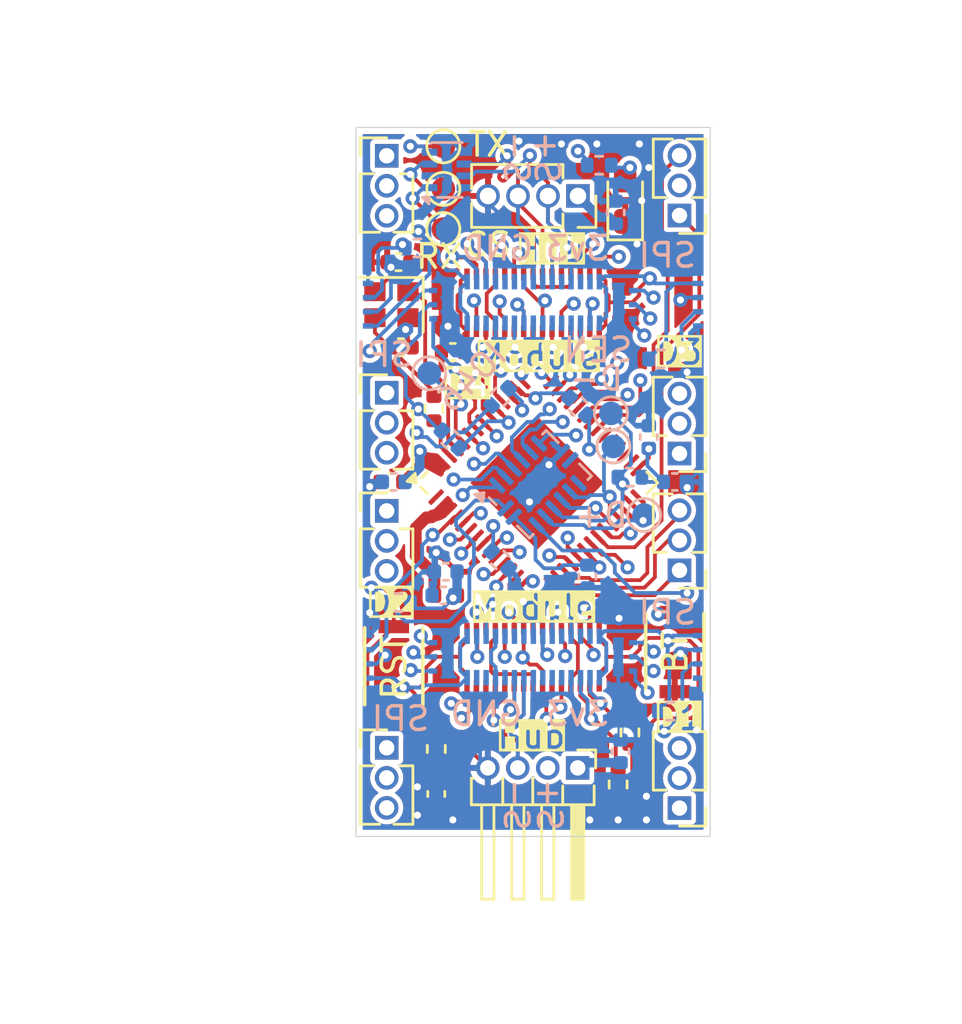
<source format=kicad_pcb>
(kicad_pcb (version 20240108) (generator "pcbnew") (generator_version "8.0")
  (title_block (title "CACKLE - Hub") (date "2024-10-20") (rev "V1") (comment 1 "Licensed under CERN-OHL-S v2") (comment 2 "Author: Asher Edwards"))
  (layers (0 "F.Cu" signal) (1 "In1.Cu" signal) (2 "In2.Cu" signal) (3 "In3.Cu" signal) (4 "In4.Cu" signal) (31 "B.Cu" signal) (34 "B.Paste" user) (35 "F.Paste" user) (36 "B.SilkS" user "B.Silkscreen") (37 "F.SilkS" user "F.Silkscreen") (38 "B.Mask" user) (39 "F.Mask" user) (44 "Edge.Cuts" user))
  (net 0 "")
  (net 1 "VDD")
  (net 2 "GND")
  (net 3 "Net-(C4-Pad1)")
  (net 4 "Net-(U1-XTAL_P)")
  (net 5 "Net-(U1-XTAL_N)")
  (net 6 "NRST")
  (net 7 "Net-(D1-A)")
  (net 8 "1B")
  (net 9 "1A")
  (net 10 "1C")
  (net 11 "1CSA-B")
  (net 12 "1CSA-A")
  (net 13 "MISO1")
  (net 14 "CS1")
  (net 15 "MOSI1")
  (net 16 "SCK1")
  (net 17 "2C")
  (net 18 "2B")
  (net 19 "2A")
  (net 20 "CS2")
  (net 21 "2CSA-B")
  (net 22 "2CSA-A")
  (net 23 "3A")
  (net 24 "3C")
  (net 25 "3B")
  (net 26 "CS3")
  (net 27 "3CSA-B")
  (net 28 "3CSA-A")
  (net 29 "4A")
  (net 30 "4C")
  (net 31 "4B")
  (net 32 "CS4")
  (net 33 "4CSA-B")
  (net 34 "4CSA-A")
  (net 35 "CS8")
  (net 36 "Free1")
  (net 37 "SCL1")
  (net 38 "CS7")
  (net 39 "SDA1")
  (net 40 "CS5")
  (net 41 "CS6")
  (net 42 "Net-(U1-GPIO3)")
  (net 43 "Net-(U1-MTCK)")
  (net 44 "Net-(U1-MTDO)")
  (net 45 "Net-(U1-MTDI)")
  (net 46 "LED")
  (net 47 "RS485-")
  (net 48 "RS485+")
  (net 49 "BOOT")
  (net 50 "ShiftCLK")
  (net 51 "ShiftData")
  (net 52 "UART0-RTS{slash}CS0")
  (net 53 "Net-(U1-GPIO46)")
  (net 57 "ShiftRegCLK")
  (net 58 "ShiftEn")
  (net 59 "UART0_TX")
  (net 62 "UART0_RX")
  (net 68 "Free2")
  (net 69 "Net-(C11-Pad1)")
  (net 87 "unconnected-(J17-Pin_21-Pad21)")
  (footprint "LED_SMD:LED_0603_1608Metric_Pad1.05x0.95mm_HandSolder" (layer "F.Cu") (at 159.3 84.9 90)
    (property "Reference" "D1" (hide yes))
    (property "Value" "2.6~3.1 Fv Green 5ma")
  )
  (footprint "Connector_PinHeader_1.27mm:PinHeader_1x04_P1.27mm_Horizontal" (layer "F.Cu") (at 157.29 108.9 -90)
    (property "Reference" "J22" (hide yes))
    (property "Value" "1.27mm 4 pin header")
  )
  (footprint "Capacitor_SMD:C_0402_1005Metric" (layer "F.Cu") (at 151.3 110 -90)
    (property "Reference" "C13" (hide yes))
    (property "Value" "1uF")
  )
  (footprint "Capacitor_SMD:C_0402_1005Metric" (layer "F.Cu") (at 152 91.3 180)
    (property "Reference" "C10" (hide yes))
    (property "Value" "0.1uF")
  )
  (footprint "TestPoint:TestPoint_Pad_D1.0mm" (layer "F.Cu") (at 151.6 84.4)
    (property "Reference" "TP20" (hide yes))
    (property "Value" "CS0")
  )
  (footprint "Resistor_SMD:R_0402_1005Metric" (layer "F.Cu") (at 159.5 107.4 90)
    (property "Reference" "R8" (hide yes))
    (property "Value" "10k")
  )
  (footprint "Connector_PinHeader_1.27mm:PinHeader_1x03_P1.27mm_Vertical" (layer "F.Cu") (at 149.2 93.025)
    (property "Reference" "J10" (hide yes))
    (property "Value" "1.27mm 3pin socket")
  )
  (footprint "Connector_PinHeader_1.27mm:PinHeader_1x03_P1.27mm_Vertical" (layer "F.Cu") (at 149.2 98.025)
    (property "Reference" "J6" (hide yes))
    (property "Value" "1.27mm 3pin socket")
  )
  (footprint "Capacitor_SMD:C_0402_1005Metric" (layer "F.Cu") (at 151.7 100.6)
    (property "Reference" "C4" (hide yes))
    (property "Value" "0.1uF")
  )
  (footprint "TestPoint:TestPoint_Pad_D1.0mm" (layer "F.Cu") (at 151.6 86.1)
    (property "Reference" "TP2" (hide yes))
    (property "Value" "RX")
  )
  (footprint "Capacitor_SMD:C_0402_1005Metric" (layer "F.Cu") (at 149.7 87.5 180)
    (property "Reference" "C12" (hide yes))
    (property "Value" "12pF")
  )
  (footprint "Connector_PinHeader_1.27mm:PinHeader_1x03_P1.27mm_Vertical" (layer "F.Cu") (at 161.6 110.6 180)
    (property "Reference" "J2" (hide yes))
    (property "Value" "1.27mm 3pin socket")
  )
  (footprint "Misumi switches:R-667995_MIT" (layer "F.Cu") (at 149.5 104.6 90)
    (property "Reference" "SW2" (hide yes))
    (property "Value" "Mitsumi R-667996")
  )
  (footprint "Connector_PinHeader_1.27mm:PinHeader_1x03_P1.27mm_Vertical" (layer "F.Cu") (at 161.6 100.54 180)
    (property "Reference" "J1" (hide yes))
    (property "Value" "1.27mm 3pin socket")
  )
  (footprint "Crystal:Crystal_SMD_2016-4Pin_2.0x1.6mm" (layer "F.Cu") (at 149.4 89.3 180)
    (property "Reference" "Y1" (hide yes))
    (property "Value" "ABM11-40.000MHZ-B1U-T3, 10ppm, 10pF")
  )
  (footprint "Connector_PinHeader_1.27mm:PinHeader_1x03_P1.27mm_Vertical" (layer "F.Cu") (at 161.6 85.525 180)
    (property "Reference" "J7" (hide yes))
    (property "Value" "1.27mm 3pin socket")
  )
  (footprint "Misumi switches:R-667995_MIT" (layer "F.Cu") (at 161.4 104 90)
    (property "Reference" "SW1" (hide yes))
    (property "Value" "Mitsumi R-667996")
  )
  (footprint "Resistor_SMD:R_0402_1005Metric" (layer "F.Cu") (at 159 109.6 90)
    (property "Reference" "R9" (hide yes))
    (property "Value" "10k")
  )
  (footprint "Inductor_SMD:L_0402_1005Metric" (layer "F.Cu") (at 151.7 101.6)
    (property "Reference" "FB1" (hide yes))
    (property "Value" "120ohm imp @100mhz, 1 amp")
  )
  (footprint "Package_DFN_QFN:QFN-56-1EP_7x7mm_P0.4mm_EP4x4mm" (layer "F.Cu") (at 155.57 96.840452 45)
    (property "Reference" "U1" (hide yes))
    (property "Value" "ESP32-S3")
  )
  (footprint "Capacitor_SMD:C_0402_1005Metric" (layer "F.Cu") (at 149.8 91.1)
    (property "Reference" "C11" (hide yes))
    (property "Value" "12pF")
  )
  (footprint "Connector_PinHeader_1.27mm:PinHeader_1x03_P1.27mm_Vertical" (layer "F.Cu") (at 149.2 83)
    (property "Reference" "J12" (hide yes))
    (property "Value" "1.27mm 3pin socket")
  )
  (footprint "custom_testpoints:TE_mezzanine_rec_3-2363961-0" (layer "F.Cu") (at 155.4 89.3)
    (property "Reference" "J16" (hide yes))
    (property "Value" "TE 3-2363961-0 receptacle")
  )
  (footprint "Connector_PinSocket_1.27mm:PinSocket_1x04_P1.27mm_Vertical" (layer "F.Cu") (at 157.3 84.7 -90)
    (property "Reference" "J21" (hide yes))
    (property "Value" "1.27mm 4 pin socket")
  )
  (footprint "Resistor_SMD:R_0402_1005Metric" (layer "F.Cu") (at 151.3 108.1 90)
    (property "Reference" "R7" (hide yes))
    (property "Value" "10k")
  )
  (footprint "Resistor_SMD:R_0402_1005Metric" (layer "F.Cu") (at 151.2 93.7 -90)
    (property "Reference" "R6" (hide yes))
    (property "Value" "22 ohm")
  )
  (footprint "Connector_PinHeader_1.27mm:PinHeader_1x03_P1.27mm_Vertical" (layer "F.Cu") (at 149.2 108.05)
    (property "Reference" "J4" (hide yes))
    (property "Value" "1.27mm 3pin socket")
  )
  (footprint "Connector_PinHeader_1.27mm:PinHeader_1x03_P1.27mm_Vertical" (layer "F.Cu") (at 161.6 95.6 180)
    (property "Reference" "J9" (hide yes))
    (property "Value" "1.27mm 3pin socket")
  )
  (footprint "Capacitor_SMD:C_0402_1005Metric" (layer "F.Cu") (at 149.4 96.8)
    (property "Reference" "C6" (hide yes))
    (property "Value" "0.1uF")
  )
  (footprint "TestPoint:TestPoint_Pad_D1.0mm" (layer "F.Cu") (at 151.6 82.6)
    (property "Reference" "TP3" (hide yes))
    (property "Value" "TX")
  )
  (footprint "custom_testpoints:TE_mezzanine_rec_3-2363961-0" (layer "F.Cu") (at 155.4 104.3)
    (property "Reference" "J13" (hide yes))
    (property "Value" "TE 3-2363961-0 receptacle")
  )
  (footprint "Resistor_SMD:R_0402_1005Metric" (layer "B.Cu") (at 154 100.1 -45)
    (property "Reference" "R1" (hide yes))
    (property "Value" "100k")
  )
  (footprint "Resistor_SMD:R_0402_1005Metric" (layer "B.Cu") (at 158.2 83.4)
    (property "Reference" "R10" (hide yes))
    (property "Value" "80.6 ohm")
  )
  (footprint "Capacitor_SMD:C_0402_1005Metric" (layer "B.Cu") (at 158.9 85.4 90)
    (property "Reference" "C1" (hide yes))
    (property "Value" "22uF")
  )
  (footprint "Package_DFN_QFN:DHVQFN-16-1EP_2.5x3.5mm_P0.5mm_EP1x2mm" (layer "B.Cu") (at 155.6 96.9 -45)
    (property "Reference" "U2" (hide yes))
    (property "Value" "74HC595")
  )
  (footprint "Capacitor_SMD:C_0402_1005Metric" (layer "B.Cu") (at 149.5 96.8)
    (property "Reference" "C9" (hide yes))
    (property "Value" "1uF")
  )
  (footprint "Capacitor_SMD:C_0402_1005Metric" (layer "B.Cu") (at 151.7 100.6 180)
    (property "Reference" "C2" (hide yes))
    (property "Value" "1uF")
  )
  (footprint "Resistor_SMD:R_0402_1005Metric" (layer "B.Cu") (at 157.3 93.6 -45)
    (property "Reference" "R3" (hide yes))
    (property "Value" "33ohm")
  )
  (footprint "TestPoint:TestPoint_Pad_D1.0mm" (layer "B.Cu") (at 151 92.2 180)
    (property "Reference" "TP4" (hide yes))
    (property "Value" "IO46")
  )
  (footprint "custom_testpoints:TE_mezzanine_conn_3-2363962-0" (layer "B.Cu") (at 155.4 104.2 180)
    (property "Reference" "J14" (hide yes))
    (property "Value" "TE 3-2363962-0 Connector" (hide yes))
  )
  (footprint "Capacitor_SMD:C_0402_1005Metric" (layer "B.Cu") (at 160.3 94.9 90)
    (property "Reference" "C7" (hide yes))
    (property "Value" "1uF")
  )
  (footprint "Resistor_SMD:R_0402_1005Metric" (layer "B.Cu") (at 150.5 86.9 180)
    (property "Reference" "R20" (hide yes))
    (property "Value" "10k")
  )
  (footprint "Resistor_SMD:R_0402_1005Metric" (layer "B.Cu") (at 154 93.2 -135)
    (property "Reference" "R4" (hide yes))
    (property "Value" "33ohm")
  )
  (footprint "TestPoint:TestPoint_Pad_D1.0mm" (layer "B.Cu") (at 160.1 98.2 180)
    (property "Reference" "TP14" (hide yes))
    (property "Value" "SER")
  )
  (footprint "custom_Interface_HID:fpc_7pin_0.3mm_connector Panasonic" (layer "B.Cu") (at 149.7 89.3 90)
    (property "Reference" "J11" (hide yes))
    (property "Value" "7 pin FPC 0.3mm Panasonic Y3b")
  )
  (footprint "Capacitor_SMD:C_0402_1005Metric" (layer "B.Cu") (at 157.7 100.8 -90)
    (property "Reference" "C8" (hide yes))
    (property "Value" "0.1uF")
  )
  (footprint "custom_testpoints:TE_mezzanine_conn_3-2363962-0" (layer "B.Cu") (at 155.4 89.2 180)
    (property "Reference" "J17" (hide yes))
    (property "Value" "TE 3-2363962-0 Connector" (hide yes))
  )
  (footprint "TestPoint:TestPoint_Pad_D1.0mm" (layer "B.Cu") (at 158.7 93.9 180)
    (property "Reference" "TP1" (hide yes))
    (property "Value" "S-EN")
  )
  (footprint "Resistor_SMD:R_0402_1005Metric" (layer "B.Cu") (at 160.8 91.6)
    (property "Reference" "R19" (hide yes))
    (property "Value" "10k")
  )
  (footprint "custom_Interface_HID:fpc_7pin_0.3mm_connector Panasonic" (layer "B.Cu") (at 161.1 89.3 -90)
    (property "Reference" "J8" (hide yes))
    (property "Value" "7 pin FPC 0.3mm Panasonic Y3b")
  )
  (footprint "TestPoint:TestPoint_Pad_D1.0mm" (layer "B.Cu") (at 158.8 95.3 180)
    (property "Reference" "TP12" (hide yes))
    (property "Value" "SRCLK")
  )
  (footprint "Capacitor_SMD:C_0402_1005Metric" (layer "B.Cu") (at 159.1 108.2 90)
    (property "Reference" "C14" (hide yes))
    (property "Value" "22uF")
  )
  (footprint "Resistor_SMD:R_0402_1005Metric" (layer "B.Cu") (at 159.5 96.6)
    (property "Reference" "R11" (hide yes))
    (property "Value" "10k")
  )
  (footprint "Package_TO_SOT_SMD:SOT-583-8" (layer "B.Cu") (at 151.75 83.6)
    (property "Reference" "U3" (hide yes))
    (property "Value" "THVD1420DRLR")
  )
  (footprint "Resistor_SMD:R_0402_1005Metric" (layer "B.Cu") (at 149.7 101.9 180)
    (property "Reference" "R18" (hide yes))
    (property "Value" "10k")
  )
  (footprint "custom_Interface_HID:fpc_7pin_0.3mm_connector Panasonic" (layer "B.Cu") (at 149.7 104.2 90)
    (property "Reference" "J5" (hide yes))
    (property "Value" "7 pin FPC 0.3mm Panasonic Y3b")
  )
  (footprint "Capacitor_SMD:C_0402_1005Metric" (layer "B.Cu") (at 161.4 96.8)
    (property "Reference" "C5" (hide yes))
    (property "Value" "0.1uF")
  )
  (footprint "Resistor_SMD:R_0402_1005Metric" (layer "B.Cu") (at 161.21 106.5)
    (property "Reference" "R2" (hide yes))
    (property "Value" "10k")
  )
  (footprint "Capacitor_SMD:C_0402_1005Metric" (layer "B.Cu") (at 151.6 101.6 180)
    (property "Reference" "C3" (hide yes))
    (property "Value" "0.1uF")
  )
  (footprint "custom_Interface_HID:fpc_7pin_0.3mm_connector Panasonic" (layer "B.Cu") (at 161.1 104.2 -90)
    (property "Reference" "J3" (hide yes))
    (property "Value" "7 pin FPC 0.3mm Panasonic Y3b")
  )
  (footprint "Resistor_SMD:R_0402_1005Metric" (layer "B.Cu") (at 151.9 95 135)
    (property "Reference" "R5" (hide yes))
    (property "Value" "33ohm")
  )
  (gr_rect (start 147.9 81.8) (end 162.9 111.8) (stroke (width 0.05)) (fill none) (layer "Edge.Cuts"))
  (gr_text "S-" (at 154.1 84.25 -90) (layer "B.SilkS") (effects (font (size 1 1)) (justify left bottom mirror)))
  (gr_text "SPI" (at 162.4 87.8 0) (layer "B.SilkS") (effects (font (size 1 1)) (justify left bottom mirror)))
  (gr_text "SPI" (at 150.4 92 0) (layer "B.SilkS") (effects (font (size 1 1)) (justify left bottom mirror)))
  (gr_text "D-" (at 159.3 93 0) (layer "B.SilkS") (effects (font (size 1 1)) (justify left bottom mirror)))
  (gr_text "GND" (at 155.5 87.5 0) (layer "B.SilkS") (effects (font (size 1 1)) (justify left bottom mirror)))
  (gr_text "S+" (at 155.4 84.25 -90) (layer "B.SilkS") (effects (font (size 1 1)) (justify left bottom mirror)))
  (gr_text "3v3" (at 158.7 87.5 -0) (layer "B.SilkS") (effects (font (size 1 1)) (justify left bottom mirror)))
  (gr_text "SPI" (at 151.1 107.4 0) (layer "B.SilkS") (effects (font (size 1 1)) (justify left bottom mirror)))
  (gr_text "SPI" (at 162.4 102.9 0) (layer "B.SilkS") (effects (font (size 1 1)) (justify left bottom mirror)))
  (gr_text "3v3" (at 158.7 107.2 0) (layer "B.SilkS") (effects (font (size 1 1)) (justify left bottom mirror)))
  (gr_text "IO46" (at 154.5 91.5 45) (layer "B.SilkS") (effects (font (size 1 1)) (justify left bottom mirror)))
  (gr_text "GND" (at 151.8 107.2 0) (layer "B.SilkS") (effects (font (size 1 1)) (justify right bottom mirror)))
  (gr_text "D+" (at 159.5 98.8 0) (layer "B.SilkS") (effects (font (size 1 1)) (justify left bottom mirror)))
  (gr_text "S-" (at 154.1 111.65 -90) (layer "B.SilkS") (effects (font (size 1 1)) (justify left bottom mirror)))
  (gr_text "S+" (at 155.5 111.65 -90) (layer "B.SilkS") (effects (font (size 1 1)) (justify left bottom mirror)))
  (gr_text "SEN" (at 159.7 91.8 0) (layer "B.SilkS") (effects (font (size 1 1)) (justify left bottom mirror)))
  (gr_text "D2" (at 148.3 102.5 0) (layer "F.SilkS" knockout) (effects (font (size 1 1)) (justify left bottom)))
  (gr_text "CS" (at 152.4 87.35 0) (layer "F.SilkS") (effects (font (size 1 1)) (justify left bottom)))
  (gr_text "Hub" (at 153.8 108.15 0) (layer "F.SilkS" knockout) (effects (font (size 1 1)) (justify left bottom)))
  (gr_text "D3" (at 160.5 91.9 0) (layer "F.SilkS" knockout) (effects (font (size 1 1)) (justify left bottom)))
  (gr_text "D1" (at 160.49 107.365 0) (layer "F.SilkS" knockout) (effects (font (size 1 1)) (justify left bottom)))
  (gr_text "Hub" (at 154.65 87.55 0) (layer "F.SilkS" knockout) (effects (font (size 1 1)) (justify left bottom)))
  (gr_text "BT" (at 162 105 90) (layer "F.SilkS") (effects (font (size 1 1)) (justify left bottom)))
  (gr_text "RX" (at 150.35 87.85 0) (layer "F.SilkS") (effects (font (size 1 1)) (justify left bottom)))
  (gr_text "Module" (at 152.7 102.7 0) (layer "F.SilkS" knockout) (effects (font (size 1 1)) (justify left bottom)))
  (gr_text "D4" (at 151.5 93.25 0) (layer "F.SilkS" knockout) (effects (font (size 1 1)) (justify left bottom)))
  (gr_text "Module" (at 152.9 92.1 0) (layer "F.SilkS" knockout) (effects (font (size 1 1)) (justify left bottom)))
  (gr_text "TX" (at 152.55 83.1 0) (layer "F.SilkS") (effects (font (size 1 1)) (justify left bottom)))
  (gr_text "RST" (at 150.1 106.1 90) (layer "F.SilkS") (effects (font (size 1 1)) (justify left bottom)))
  (segment (start 150.127698 105.496998) (end 149.9 105.496998) (width 0.16) (layer "F.Cu") (net 1))
  (segment (start 160.344276 88.186986) (end 160.313014 88.186986) (width 0.16) (layer "F.Cu") (net 1))
  (segment (start 153.789452 92.367939) (end 153.789452 93.080005) (width 0.16) (layer "F.Cu") (net 1))
  (segment (start 160.61 106.8) (end 159.5 107.91) (width 0.16) (layer "F.Cu") (net 1))
  (segment (start 158.2 103.45) (end 158.5 103.75) (width 0.16) (layer "F.Cu") (net 1))
  (segment (start 160.265664 103.4) (end 159.925908 103.739756) (width 0.16) (layer "F.Cu") (net 1))
  (segment (start 159.89 88.91) (end 159.6 89.2) (width 0.16) (layer "F.Cu") (net 1))
  (segment (start 152.68 91.5) (end 152.48 91.3) (width 0.16) (layer "F.Cu") (net 1))
  (segment (start 153.041922 91.64518) (end 152.896742 91.5) (width 0.16) (layer "F.Cu") (net 1))
  (segment (start 151.32402 104.2) (end 152.3 104.2) (width 0.16) (layer "F.Cu") (net 1))
  (segment (start 158.5 103.75) (end 158.5 104.2) (width 0.16) (layer "F.Cu") (net 1))
  (segment (start 153.829048 92.328343) (end 153.789452 92.367939) (width 0.16) (layer "F.Cu") (net 1))
  (segment (start 149.9 105.496998) (end 150.603002 105.496998) (width 0.16) (layer "F.Cu") (net 1))
  (segment (start 158.47 88.78598) (end 158.47 88.29) (width 0.16) (layer "F.Cu") (net 1))
  (segment (start 152.6 103.5) (end 152.3 103.8) (width 0.16) (layer "F.Cu") (net 1))
  (segment (start 158.5 104.2) (end 158.5 104.6) (width 0.16) (layer "F.Cu") (net 1))
  (segment (start 153.829048 92.297763) (end 153.829048 92.328343) (width 0.16) (layer "F.Cu") (net 1))
  (segment (start 152.2 89.52402) (end 152.2 88.91598) (width 0.16) (layer "F.Cu") (net 1))
  (segment (start 159.5 107.91) (end 159.6 108.01) (width 0.16) (layer "F.Cu") (net 1))
  (segment (start 159.89 88.61) (end 159.89 88.91) (width 0.16) (layer "F.Cu") (net 1))
  (segment (start 152.3 104.2) (end 152.3 104.65) (width 0.16) (layer "F.Cu") (net 1))
  (segment (start 151.3 107.59) (end 151.3 107.4) (width 0.16) (layer "F.Cu") (net 1))
  (segment (start 158.47 90.15) (end 158.47 89.65402) (width 0.16) (layer "F.Cu") (net 1))
  (segment (start 160.991642 103.4) (end 160.265664 103.4) (width 0.16) (layer "F.Cu") (net 1))
  (segment (start 150.3877 106.4877) (end 150.3877 105.757) (width 0.16) (layer "F.Cu") (net 1))
  (segment (start 151.3 107.4) (end 150.3877 106.4877) (width 0.16) (layer "F.Cu") (net 1))
  (segment (start 158.203727 100.415442) (end 158.203727 100.322707) (width 0.16) (layer "F.Cu") (net 1))
  (segment (start 152.3 103.8) (end 152.3 104.2) (width 0.16) (layer "F.Cu") (net 1))
  (segment (start 152.33 88.29) (end 152.6 88.02) (width 0.16) (layer "F.Cu") (net 1))
  (segment (start 162.037052 103.516808) (end 162.4 103.879756) (width 0.16) (layer "F.Cu") (net 1))
  (segment (start 158.203727 100.322707) (end 157.585254 99.704234) (width 0.16) (layer "F.Cu") (net 1))
  (segment (start 159.925908 103.874092) (end 159.6 104.2) (width 0.16) (layer "F.Cu") (net 1))
  (segment (start 152.48 91.3) (end 152.48 90.54) (width 0.16) (layer "F.Cu") (net 1))
  (segment (start 152.6 90.42) (end 152.33 90.15) (width 0.16) (layer "F.Cu") (net 1))
  (segment (start 159.6 104.2) (end 158.5 104.2) (width 0.16) (layer "F.Cu") (net 1))
  (segment (start 154.03441 92.092401) (end 153.829048 92.297763) (width 0.16) (layer "F.Cu") (net 1))
  (segment (start 152.3 104.65) (end 152.6 104.95) (width 0.16) (layer "F.Cu") (net 1))
  (segment (start 158.5 104.6) (end 158.2 104.9) (width 0.16) (layer "F.Cu") (net 1))
  (segment (start 150.6 96.08) (end 149.88 96.8) (width 0.4) (layer "F.Cu") (net 1))
  (segment (start 158.6 88.91598) (end 158.47 88.78598) (width 0.16) (layer "F.Cu") (net 1))
  (segment (start 152.33 88.78598) (end 152.33 88.29) (width 0.16) (layer "F.Cu") (net 1))
  (segment (start 158.2 90.42) (end 158.47 90.15) (width 0.16) (layer "F.Cu") (net 1))
  (segment (start 152.6 104.95) (end 152.6 105.42) (width 0.16) (layer "F.Cu") (net 1))
  (segment (start 150.603002 105.496998) (end 150.87 105.23) (width 0.16) (layer "F.Cu") (net 1))
  (segment (start 150.87 104.65402) (end 151.32402 104.2) (width 0.16) (layer "F.Cu") (net 1))
  (segment (start 152.2 88.91598) (end 152.33 88.78598) (width 0.16) (layer "F.Cu") (net 1))
  (segment (start 152.6 87.92402) (end 152.6 88.02) (width 0.16) (layer "F.Cu") (net 1))
  (segment (start 162.1 106.8) (end 160.61 106.8) (width 0.16) (layer "F.Cu") (net 1))
  (segment (start 162.4 103.879756) (end 162.4 106.5) (width 0.16) (layer "F.Cu") (net 1))
  (segment (start 153.466185 91.64518) (end 153.041922 91.64518) (width 0.16) (layer "F.Cu") (net 1))
  (segment (start 150.6 95.5) (end 150.6 96.08) (width 0.4) (layer "F.Cu") (net 1))
  (segment (start 160.299998 95.399999) (end 160.299998 95.787409) (width 0.16) (layer "F.Cu") (net 1))
  (segment (start 158.47 89.65402) (end 158.6 89.52402) (width 0.16) (layer "F.Cu") (net 1))
  (segment (start 159.925908 103.739756) (end 159.925908 103.874092) (width 0.16) (layer "F.Cu") (net 1))
  (segment (start 152.48 90.54) (end 152.6 90.42) (width 0.16) (layer "F.Cu") (net 1))
  (segment (start 158.6 89.2) (end 158.6 88.91598) (width 0.16) (layer "F.Cu") (net 1))
  (segment (start 153.789452 93.080005) (end 154.120431 93.410984) (width 0.16) (layer "F.Cu") (net 1))
  (segment (start 161.10845 103.516808) (end 162.037052 103.516808) (width 0.16) (layer "F.Cu") (net 1))
  (segment (start 150.3877 105.757) (end 150.127698 105.496998) (width 0.16) (layer "F.Cu") (net 1))
  (segment (start 158.2 104.9) (end 158.2 105.42) (width 0.16) (layer "F.Cu") (net 1))
  (segment (start 150.87 105.23) (end 150.87 104.65402) (width 0.16) (layer "F.Cu") (net 1))
  (segment (start 158.6 89.52402) (end 158.6 89.2) (width 0.16) (layer "F.Cu") (net 1))
  (segment (start 152.6 103.02) (end 152.6 103.5) (width 0.16) (layer "F.Cu") (net 1))
  (segment (start 152.33 90.15) (end 152.33 89.65402) (width 0.16) (layer "F.Cu") (net 1))
  (segment (start 161.10845 103.516808) (end 160.991642 103.4) (width 0.16) (layer "F.Cu") (net 1))
  (segment (start 151.574847 95.956569) (end 151.574846 95.956569) (width 0.16) (layer "F.Cu") (net 1))
  (segment (start 159.6 109.51) (end 159.005 110.105) (width 0.16) (layer "F.Cu") (net 1))
  (segment (start 159 110.11) (end 159.005 110.105) (width 0.16) (layer "F.Cu") (net 1))
  (segment (start 160.313014 88.186986) (end 159.89 88.61) (width 0.16) (layer "F.Cu") (net 1))
  (segment (start 154.03441 92.092401) (end 153.913406 92.092401) (width 0.16) (layer "F.Cu") (net 1))
  (segment (start 152.896742 91.5) (end 152.68 91.5) (width 0.16) (layer "F.Cu") (net 1))
  (segment (start 162.4 106.5) (end 162.1 106.8) (width 0.16) (layer "F.Cu") (net 1))
  (segment (start 158.47 88.29) (end 158.2 88.02) (width 0.16) (layer "F.Cu") (net 1))
  (segment (start 153.913406 92.092401) (end 153.466185 91.64518) (width 0.16) (layer "F.Cu") (net 1))
  (segment (start 158.2 103.02) (end 158.2 103.45) (width 0.16) (layer "F.Cu") (net 1))
  (segment (start 159.6 89.2) (end 158.6 89.2) (width 0.16) (layer "F.Cu") (net 1))
  (segment (start 151.292004 96.239411) (end 151.292005 96.239411) (width 0.2) (layer "F.Cu") (net 1))
  (segment (start 159.6 108.01) (end 159.6 109.51) (width 0.16) (layer "F.Cu") (net 1))
  (segment (start 160.299998 95.787409) (end 159.847996 96.239411) (width 0.16) (layer "F.Cu") (net 1))
  (segment (start 152.33 89.65402) (end 152.2 89.52402) (width 0.16) (layer "F.Cu") (net 1))
  (via (at 149.9 105.496998) (size 0.6) (drill 0.3) (layers "F.Cu" "B.Cu") (net 1))
  (via (at 160.299998 95.399999) (size 0.6) (drill 0.3) (layers "F.Cu" "B.Cu") (net 1))
  (via (at 160.344276 88.186986) (size 0.6) (drill 0.3) (layers "F.Cu" "B.Cu") (net 1))
  (via (at 161.10845 103.516808) (size 0.6) (drill 0.3) (layers "F.Cu" "B.Cu") (net 1))
  (via (at 152.009999 101.712599) (size 0.6) (drill 0.3) (layers "F.Cu" "B.Cu") (net 1))
  (via (at 154.03441 92.092401) (size 0.6) (drill 0.3) (layers "F.Cu" "B.Cu") (net 1))
  (via (at 150.544998 86.2) (size 0.6) (drill 0.3) (layers "F.Cu" "B.Cu") (net 1))
  (via (at 150.6 95.5) (size 0.6) (drill 0.3) (layers "F.Cu" "B.Cu") (net 1))
  (via (at 158.203727 100.415442) (size 0.6) (drill 0.3) (layers "F.Cu" "B.Cu") (net 1))
  (segment (start 161.10845 103.516808) (end 160.702768 103.111126) (width 0.16) (layer "B.Cu") (net 1))
  (segment (start 152.315 104.785) (end 152.61 105.08) (width 0.16) (layer "B.Cu") (net 1))
  (segment (start 150.21 101.9) (end 150.46 102.15) (width 0.16) (layer "B.Cu") (net 1))
  (segment (start 151.01 85.83) (end 151.01 86.9) (width 0.16) (layer "B.Cu") (net 1))
  (segment (start 158.9 85.88) (end 158.935381 85.844619) (width 0.4) (layer "B.Cu") (net 1))
  (segment (start 158.428874 103.111126) (end 158.21 103.33) (width 0.16) (layer "B.Cu") (net 1))
  (segment (start 157.3 84.7) (end 158.2 85.6) (width 0.4) (layer "B.Cu") (net 1))
  (segment (start 157.51 108.68) (end 159.1 108.68) (width 0.4) (layer "B.Cu") (net 1))
  (segment (start 152.315 89.393844) (end 152.315 88.625) (width 0.16) (layer "B.Cu") (net 1))
  (segment (start 155.5 100.087282) (end 155.5 99.186485) (width 0.16) (layer "B.Cu") (net 1))
  (segment (start 151.744754 87.85) (end 152.13 87.85) (width 0.16) (layer "B.Cu") (net 1))
  (segment (start 161.4 88.4) (end 162.39 88.4) (width 0.16) (layer "B.Cu") (net 1))
  (segment (start 160.239411 96.119411) (end 160.92 96.8) (width 0.16) (layer "B.Cu") (net 1))
  (segment (start 148.8 90.2) (end 148.48 90.2) (width 0.16) (layer "B.Cu") (net 1))
  (segment (start 151.572598 102.15) (end 152.009999 101.712599) (width 0.16) (layer "B.Cu") (net 1))
  (segment (start 150.825 105.4) (end 152.29 105.4) (width 0.16) (layer "B.Cu") (net 1))
  (segment (start 152.009999 101.712599) (end 152.18 101.542598) (width 0.4) (layer "B.Cu") (net 1))
  (segment (start 159.005 108.775) (end 159.1 108.68) (width 0.16) (layer "B.Cu") (net 1))
  (segment (start 161.10845 103.516808) (end 161.325258 103.3) (width 0.16) (layer "B.Cu") (net 1))
  (segment (start 152.61 90.08) (end 152.61 89.688844) (width 0.16) (layer "B.Cu") (net 1))
  (segment (start 150.544998 86.2) (end 151.404998 87.06) (width 0.16) (layer "B.Cu") (net 1))
  (segment (start 161.170455 106.029545) (end 160.7 106.5) (width 0.16) (layer "B.Cu") (net 1))
  (segment (start 161.1 104.283677) (end 161.170455 104.354132) (width 0.16) (layer "B.Cu") (net 1))
  (segment (start 160.55729 88.4) (end 161.4 88.4) (width 0.16) (layer "B.Cu") (net 1))
  (segment (start 160.702768 103.111126) (end 158.428874 103.111126) (width 0.16) (layer "B.Cu") (net 1))
  (segment (start 151.01 86.734998) (end 151.01 87.99) (width 0.16) (layer "B.Cu") (net 1))
  (segment (start 158.21 90.08) (end 158.5 89.79) (width 0.16) (layer "B.Cu") (net 1))
  (segment (start 161.170455 104.354132) (end 161.170455 106.029545) (width 0.16) (layer "B.Cu") (net 1))
  (segment (start 160.92 96.8) (end 160.21 96.8) (width 0.16) (layer "B.Cu") (net 1))
  (segment (start 158.5 103.62) (end 158.5 104.79) (width 0.16) (layer "B.Cu") (net 1))
  (segment (start 157.7 100.32) (end 156.679475 100.32) (width 0.16) (layer "B.Cu") (net 1))
  (segment (start 152.49 84.35) (end 151.01 85.83) (width 0.16) (layer "B.Cu") (net 1))
  (segment (start 160.299998 95.399999) (end 160.278823 95.399999) (width 0.4) (layer "B.Cu") (net 1))
  (segment (start 151.01 87.99) (end 148.8 90.2) (width 0.16) (layer "B.Cu") (net 1))
  (segment (start 150.51 86.4) (end 151.01 86.9) (width 0.16) (layer "B.Cu") (net 1))
  (segment (start 160.344276 88.186986) (end 160.55729 88.4) (width 0.16) (layer "B.Cu") (net 1))
  (segment (start 158.62 85.6) (end 158.9 85.88) (width 0.4) (layer "B.Cu") (net 1))
  (segment (start 161.04 90.85) (end 161.04 88.76) (width 0.16) (layer "B.Cu") (net 1))
  (segment (start 161.04 88.76) (end 161.4 88.4) (width 0.16) (layer "B.Cu") (net 1))
  (segment (start 158.445 88.095) (end 158.21 88.33) (width 0.16) (layer "B.Cu") (net 1))
  (segment (start 160.25229 88.095) (end 158.445 88.095) (width 0.16) (layer "B.Cu") (net 1))
  (segment (start 156.547672 100.451803) (end 155.864521 100.451803) (width 0.16) (layer "B.Cu") (net 1))
  (segment (start 158.2 85.6) (end 158.62 85.6) (width 0.4) (layer "B.Cu") (net 1))
  (segment (start 157.29 108.9) (end 157.51 108.68) (width 0.4) (layer "B.Cu") (net 1))
  (segment (start 158.5 89.79) (end 158.5 88.62) (width 0.16) (layer "B.Cu") (net 1))
  (segment (start 160.29 91.6) (end 161.04 90.85) (width 0.16) (layer "B.Cu") (net 1))
  (segment (start 149.9 105.496998) (end 150.728002 105.496998) (width 0.16) (layer "B.Cu") (net 1))
  (segment (start 160.344276 88.186986) (end 160.25229 88.095) (width 0.16) (layer "B.Cu") (net 1))
  (segment (start 150.544998 86.2) (end 150.51 86.234998) (width 0.16) (layer "B.Cu") (net 1))
  (segment (start 150.46 102.15) (end 151.572598 102.15) (width 0.16) (layer "B.Cu") (net 1))
  (segment (start 161.10845 103.516808) (end 161.10845 103.827875) (width 0.16) (layer "B.Cu") (net 1))
  (segment (start 152.29 105.4) (end 152.61 105.08) (width 0.16) (layer "B.Cu") (net 1))
  (segment (start 158.9 85.88) (end 158.78 85.88) (width 0.16) (layer "B.Cu") (net 1))
  (segment (start 160.21 96.8) (end 160.01 96.6) (width 0.16) (layer "B.Cu") (net 1))
  (segment (start 151.404998 87.06) (end 151.404998 87.510244) (width 0.16) (layer "B.Cu") (net 1))
  (segment (start 156.679475 100.32) (end 156.547672 100.451803) (width 0.16) (layer "B.Cu") (net 1))
  (segment (start 150.51 86.234998) (end 151.01 86.734998) (width 0.16) (layer "B.Cu") (net 1))
  (segment (start 160.239411 95.439411) (end 160.239411 96.119411) (width 0.16) (layer "B.Cu") (net 1))
  (segment (start 152.315 88.625) (end 152.61 88.33) (width 0.16) (layer "B.Cu") (net 1))
  (segment (start 152.61 89.688844) (end 152.315 89.393844) (width 0.16) (layer "B.Cu") (net 1))
  (segment (start 152.315 103.625) (end 152.315 104.785) (width 0.16) (layer "B.Cu") (net 1))
  (segment (start 150.728002 105.496998) (end 150.825 105.4) (width 0.16) (layer "B.Cu") (net 1))
  (segment (start 152.13 87.85) (end 152.61 88.33) (width 0.16) (layer "B.Cu") (net 1))
  (segment (start 152.18 101.542598) (end 152.18 100.6) (width 0.4) (layer "B.Cu") (net 1))
  (segment (start 150.51 86.234998) (end 150.51 86.4) (width 0.16) (layer "B.Cu") (net 1))
  (segment (start 152.61 103.33) (end 152.315 103.625) (width 0.16) (layer "B.Cu") (net 1))
  (segment (start 149.9 105.496998) (end 149.503002 105.1) (width 0.16) (layer "B.Cu") (net 1))
  (segment (start 149.503002 105.1) (end 148.41 105.1) (width 0.16) (layer "B.Cu") (net 1))
  (segment (start 150.6 96.18) (end 149.98 96.8) (width 0.4) (layer "B.Cu") (net 1))
  (segment (start 155.864521 100.451803) (end 155.5 100.087282) (width 0.16) (layer "B.Cu") (net 1))
  (segment (start 158.21 103.33) (end 158.5 103.62) (width 0.16) (layer "B.Cu") (net 1))
  (segment (start 150.6 95.5) (end 150.6 96.18) (width 0.4) (layer "B.Cu") (net 1))
  (segment (start 161.1 103.836325) (end 161.1 104.283677) (width 0.16) (layer "B.Cu") (net 1))
  (segment (start 151.404998 87.510244) (end 151.744754 87.85) (width 0.16) (layer "B.Cu") (net 1))
  (segment (start 161.325258 103.3) (end 162.49 103.3) (width 0.16) (layer "B.Cu") (net 1))
  (segment (start 160.278823 95.399999) (end 160.239411 95.439411) (width 0.4) (layer "B.Cu") (net 1))
  (segment (start 161.10845 103.827875) (end 161.1 103.836325) (width 0.16) (layer "B.Cu") (net 1))
  (segment (start 155.5 99.186485) (end 154.583534 98.270019) (width 0.16) (layer "B.Cu") (net 1))
  (segment (start 158.5 104.79) (end 158.21 105.08) (width 0.16) (layer "B.Cu") (net 1))
  (segment (start 158.5 88.62) (end 158.21 88.33) (width 0.16) (layer "B.Cu") (net 1))
  (segment (start 154.055916 91.135672) (end 154.055916 91.343786) (width 0.16) (layer "F.Cu") (net 2))
  (segment (start 153.62 103.58) (end 153.62 104.82) (width 0.16) (layer "F.Cu") (net 2))
  (segment (start 153.48 109.68) (end 153.48 108.9) (width 0.16) (layer "F.Cu") (net 2))
  (segment (start 157.82 91.78) (end 157.380001 91.78) (width 0.16) (layer "F.Cu") (net 2))
  (segment (start 155.4 88.4) (end 155.55 88.55) (width 0.16) (layer "F.Cu") (net 2))
  (segment (start 155.55 88.55) (end 156.88 88.55) (width 0.16) (layer "F.Cu") (net 2))
  (segment (start 159.2 105.67) (end 159.2 105.22) (width 0.16) (layer "F.Cu") (net 2))
  (segment (start 156.015891 91.7) (end 156.5 91.7) (width 0.16) (layer "F.Cu") (net 2))
  (segment (start 155.4 105.42) (end 155.4 104.975) (width 0.16) (layer "F.Cu") (net 2))
  (segment (start 154.055916 91.343786) (end 154.395672 91.683542) (width 0.16) (layer "F.Cu") (net 2))
  (segment (start 153.49 86.125) (end 153.49 84.7) (width 0.16) (layer "F.Cu") (net 2))
  (segment (start 153.8 88.02) (end 153.8 88.465) (width 0.16) (layer "F.Cu") (net 2))
  (segment (start 153.845 104.93) (end 153.8 104.975) (width 0.16) (layer "F.Cu") (net 2))
  (segment (start 149.379999 87.718132) (end 149.379999 88.070001) (width 0.16) (layer "F.Cu") (net 2))
  (segment (start 155.4 104.975) (end 155.355 104.93) (width 0.16) (layer "F.Cu") (net 2))
  (segment (start 159.2 90.22) (end 159.2 90.4) (width 0.16) (layer "F.Cu") (net 2))
  (segment (start 151.793613 90.212371) (end 151.52 90.485984) (width 0.16) (layer "F.Cu") (net 2))
  (segment (start 153.8 90.879756) (end 154.055916 91.135672) (width 0.16) (layer "F.Cu") (net 2))
  (segment (start 149.95 90.35) (end 150 90.35) (width 0.16) (layer "F.Cu") (net 2))
  (segment (start 149.5 106.2764) (end 149.839546 106.2764) (width 0.16) (layer "F.Cu") (net 2))
  (segment (start 159 90.6) (end 157.82 91.78) (width 0.16) (layer "F.Cu") (net 2))
  (segment (start 153.62 104.82) (end 153.8 105) (width 0.16) (layer "F.Cu") (net 2))
  (segment (start 157 91.2) (end 157 90.42) (width 0.16) (layer "F.Cu") (net 2))
  (segment (start 157.04 105.998819) (end 157.04 106.001664) (width 0.16) (layer "F.Cu") (net 2))
  (segment (start 150 89.95) (end 150.1 89.85) (width 0.16) (layer "F.Cu") (net 2))
  (segment (start 153.8 88.465) (end 153.435924 88.829076) (width 0.16) (layer "F.Cu") (net 2))
  (segment (start 153.49 87.071768) (end 153.49 86.125) (width 0.16) (layer "F.Cu") (net 2))
  (segment (start 151.6 88.22) (end 151.6 90.22) (width 0.4) (layer "F.Cu") (net 2))
  (segment (start 154.395672 91.683542) (end 155.216458 91.683542) (width 0.16) (layer "F.Cu") (net 2))
  (segment (start 153.8 105.856568) (end 153.41577 106.240798) (width 0.16) (layer "F.Cu") (net 2))
  (segment (start 151.29467 99.79) (end 151.37 99.79) (width 0.2) (layer "F.Cu") (net 2))
  (segment (start 157 103.4) (end 157.296039 103.696039) (width 0.16) (layer "F.Cu") (net 2))
  (segment (start 155.399163 106.300837) (end 155.399163 107.12225) (width 0.16) (layer "F.Cu") (net 2))
  (segment (start 149.136282 105.912682) (end 149.5 106.2764) (width 0.16) (layer "F.Cu") (net 2))
  (segment (start 159.2 90.4) (end 159 90.6) (width 0.16) (layer "F.Cu") (net 2))
  (segment (start 155.216458 91.683542) (end 155.4 91.5) (width 0.16) (layer "F.Cu") (net 2))
  (segment (start 153.435924 88.829076) (end 153.435924 89.610924) (width 0.16) (layer "F.Cu") (net 2))
  (segment (start 153.8 89.975) (end 153.8 90.42) (width 0.16) (layer "F.Cu") (net 2))
  (segment (start 159.2 102.731126) (end 159.2 103.22) (width 0.2) (layer "F.Cu") (net 2))
  (segment (start 153.8 105) (end 153.8 105.42) (width 0.16) (layer "F.Cu") (net 2))
  (segment (start 157 88.43) (end 157 88.02) (width 0.16) (layer "F.Cu") (net 2))
  (segment (start 155.4 106.3) (end 155.399163 106.300837) (width 0.16) (layer "F.Cu") (net 2))
  (segment (start 153.435924 89.610924) (end 153.8 89.975) (width 0.16) (layer "F.Cu") (net 2))
  (segment (start 157.380001 91.78) (end 157.000001 91.4) (width 0.16) (layer "F.Cu") (net 2))
  (segment (start 157.296039 103.696039) (end 157.296039 104.803961) (width 0.16) (layer "F.Cu") (net 2))
  (segment (start 155.399163 107.12225) (end 155.696913 107.42) (width 0.16) (layer "F.Cu") (net 2))
  (segment (start 155.4 105.42) (end 155.4 106.3) (width 0.16) (layer "F.Cu") (net 2))
  (segment (start 149.136282 104.132393) (end 149.136282 105.912682) (width 0.16) (layer "F.Cu") (net 2))
  (segment (start 156.88 88.55) (end 157 88.43) (width 0.16) (layer "F.Cu") (net 2))
  (segment (start 155.815891 91.5) (end 156.015891 91.7) (width 0.16) (layer "F.Cu") (net 2))
  (segment (start 156.8 91.4) (end 157 91.2) (width 0.16) (layer "F.Cu") (net 2))
  (segment (start 150.1 90.92) (end 150.1 89.85) (width 0.16) (layer "F.Cu") (net 2))
  (segment (start 153.8 103.4) (end 153.62 103.58) (width 0.16) (layer "F.Cu") (net 2))
  (segment (start 157 105.1) (end 157 105.42) (width 0.16) (layer "F.Cu") (net 2))
  (segment (start 158.1 107.45) (end 158.1 110) (width 0.16) (layer "F.Cu") (net 2))
  (segment (start 155.025 86.125) (end 153.49 86.125) (width 0.16) (layer "F.Cu") (net 2))
  (segment (start 157.296039 104.803961) (end 157 105.1) (width 0.16) (layer "F.Cu") (net 2))
  (segment (start 155.4 86.5) (end 155.025 86.125) (width 0.16) (layer "F.Cu") (net 2))
  (segment (start 149.839546 106.2764) (end 149.859999 106.255947) (width 0.16) (layer "F.Cu") (net 2))
  (segment (start 156.88 107.42) (end 157.2 107.1) (width 0.16) (layer "F.Cu") (net 2))
  (segment (start 157 103.02) (end 157 103.4) (width 0.16) (layer "F.Cu") (net 2))
  (segment (start 153.41577 106.38423) (end 152.945531 106.854469) (width 0.16) (layer "F.Cu") (net 2))
  (segment (start 160.819932 106.256468) (end 159.786468 106.256468) (width 0.16) (layer "F.Cu") (net 2))
  (segment (start 153.41577 106.240798) (end 153.41577 106.38423) (width 0.16) (layer "F.Cu") (net 2))
  (segment (start 157.2 106.161664) (end 157.2 107.1) (width 0.16) (layer "F.Cu") (net 2))
  (segment (start 155.4 88.02) (end 155.4 86.5) (width 0.16) (layer "F.Cu") (net 2))
  (segment (start 149.379999 88.070001) (end 148.7 88.75) (width 0.16) (layer "F.Cu") (net 2))
  (segment (start 151.785984 90.22) (end 151.6 90.22) (width 0.16) (layer "F.Cu") (net 2))
  (segment (start 158.1 110) (end 153.8 110) (width 0.16) (layer "F.Cu") (net 2))
  (segment (start 158.049918 107.399918) (end 158.1 107.45) (width 0.16) (layer "F.Cu") (net 2))
  (segment (start 155.696913 107.42) (end 156.88 107.42) (width 0.16) (layer "F.Cu") (net 2))
  (segment (start 159.04 102.571126) (end 159.2 102.731126) (width 0.2) (layer "F.Cu") (net 2))
  (segment (start 154.982015 101.859847) (end 155.047277 101.794585) (width 0.16) (layer "F.Cu") (net 2))
  (segment (start 155.355 104.93) (end 153.845 104.93) (width 0.16) (layer "F.Cu") (net 2))
  (segment (start 153.8 104.975) (end 153.8 105.42) (width 0.16) (layer "F.Cu") (net 2))
  (segment (start 157.04 106.001664) (end 157.2 106.161664) (width 0.16) (layer "F.Cu") (net 2))
  (segment (start 157 105.42) (end 157 105.958819) (width 0.16) (layer "F.Cu") (net 2))
  (segment (start 151.793613 90.212371) (end 151.785984 90.22) (width 0.16) (layer "F.Cu") (net 2))
  (segment (start 151.52 90.485984) (end 151.52 91.3) (width 0.16) (layer "F.Cu") (net 2))
  (segment (start 154.982015 101.859847) (end 155.4 102.277832) (width 0.16) (layer "F.Cu") (net 2))
  (segment (start 155.4 102.277832) (end 155.4 103.02) (width 0.16) (layer "F.Cu") (net 2))
  (segment (start 153.8 110) (end 153.48 109.68) (width 0.16) (layer "F.Cu") (net 2))
  (segment (start 153.8 103.4) (end 153.8 103.02) (width 0.16) (layer "F.Cu") (net 2))
  (segment (start 157.000001 91.4) (end 156.8 91.4) (width 0.16) (layer "F.Cu") (net 2))
  (segment (start 152.945531 108.365531) (end 153.48 108.9) (width 0.16) (layer "F.Cu") (net 2))
  (segment (start 153.8 87.381768) (end 153.49 87.071768) (width 0.16) (layer "F.Cu") (net 2))
  (segment (start 153.8 105.42) (end 153.8 105.856568) (width 0.16) (layer "F.Cu") (net 2))
  (segment (start 155.4 88.02) (end 155.4 88.4) (width 0.16) (layer "F.Cu") (net 2))
  (segment (start 152.945531 106.854469) (end 152.945531 108.365531) (width 0.16) (layer "F.Cu") (net 2))
  (segment (start 151.37 99.79) (end 152.18 100.6) (width 0.2) (layer "F.Cu") (net 2))
  (segment (start 157 105.958819) (end 157.04 105.998819) (width 0.16) (layer "F.Cu") (net 2))
  (segment (start 157.499918 107.399918) (end 158.049918 107.399918) (width 0.16) (layer "F.Cu") (net 2))
  (segment (start 150 90.35) (end 150 89.95) (width 0.16) (layer "F.Cu") (net 2))
  (segment (start 153.8 90.42) (end 153.8 90.879756) (width 0.16) (layer "F.Cu") (net 2))
  (segment (start 157.2 107.1) (end 157.499918 107.399918) (width 0.16) (layer "F.Cu") (net 2))
  (segment (start 150.28 91.1) (end 150.1 90.92) (width 0.16) (layer "F.Cu") (net 2))
  (segment (start 159.786468 106.256468) (end 159.2 105.67) (width 0.16) (layer "F.Cu") (net 2))
  (segment (start 153.8 88.02) (end 153.8 87.381768) (width 0.16) (layer "F.Cu") (net 2))
  (segment (start 156.5 91.7) (end 156.8 91.4) (width 0.16) (layer "F.Cu") (net 2))
  (segment (start 155.4 91.5) (end 155.815891 91.5) (width 0.16) (layer "F.Cu") (net 2))
  (segment (start 161.4 105.6764) (end 160.819932 106.256468) (width 0.16) (layer "F.Cu") (net 2))
  (segment (start 155.4 90.42) (end 155.4 91.5) (width 0.16) (layer "F.Cu") (net 2))
  (via (at 148.48 97) (size 0.6) (drill 0.3) (layers "F.Cu" "B.Cu") (net 2))
  (via (at 160.2 110.1) (size 0.6) (drill 0.3) (layers "F.Cu" "B.Cu") (net 2))
  (via (at 160.3 83.5) (size 0.6) (drill 0.3) (layers "F.Cu" "B.Cu") (net 2))
  (via (at 161.64 89.1) (size 0.6) (drill 0.3) (layers "F.Cu" "B.Cu") (net 2))
  (via (at 159.04 102.571126) (size 0.6) (drill 0.3) (layers "F.Cu" "B.Cu") (net 2))
  (via (at 161.922884 97.04) (size 0.6) (drill 0.3) (layers "F.Cu" "B.Cu") (net 2))
  (via (at 156.073223 96.073223) (size 0.6) (drill 0.3) (layers "F.Cu" "B.Cu") (net 2))
  (via (at 155.246598 97.64231) (size 0.6) (drill 0.3) (layers "F.Cu" "B.Cu") (net 2))
  (via (at 159 111.1) (size 0.6) (drill 0.3) (layers "F.Cu" "B.Cu") (net 2))
  (via (at 148.48 102.331717) (size 0.6) (drill 0.3) (layers "F.Cu" "B.Cu") (net 2))
  (via (at 151.793613 90.212371) (size 0.6) (drill 0.3) (layers "F.Cu" "B.Cu") (net 2))
  (via (at 160.2 111.1) (size 0.6) (drill 0.3) (layers "F.Cu" "B.Cu") (net 2))
  (via (at 154.8 82.38) (size 0.6) (drill 0.3) (layers "F.Cu" "B.Cu") (net 2))
  (via (at 158.1 82.5) (size 0.6) (drill 0.3) (layers "F.Cu" "B.Cu") (net 2))
  (via (at 161.922884 92.155925) (size 0.6) (drill 0.3) (layers "F.Cu" "B.Cu") (net 2))
  (via (at 154.982015 101.859847) (size 0.6) (drill 0.3) (layers "F.Cu" "B.Cu") (net 2))
  (via (at 150.5 110.9) (size 0.6) (drill 0.3) (layers "F.Cu" "B.Cu") (net 2))
  (via (at 157.8 111.1) (size 0.6) (drill 0.3) (layers "F.Cu" "B.Cu") (net 2))
  (via (at 156.6 82.5) (size 0.6) (drill 0.3) (layers "F.Cu" "B.Cu") (net 2))
  (via (at 149.136282 104.132393) (size 0.6) (drill 0.3) (layers "F.Cu" "B.Cu") (net 2))
  (via (at 162.32 107.3) (size 0.6) (drill 0.3) (layers "F.Cu" "B.Cu") (net 2))
  (via (at 150 90.35) (size 0.6) (drill 0.3) (layers "F.Cu" "B.Cu") (net 2))
  (via (at 152 111.1) (size 0.6) (drill 0.3) (layers "F.Cu" "B.Cu") (net 2))
  (via (at 159.8 86.73) (size 0.6) (drill 0.3) (layers "F.Cu" "B.Cu") (net 2))
  (via (at 160 84.9) (size 0.6) (drill 0.3) (layers "F.Cu" "B.Cu") (net 2))
  (via (at 151.29467 99.79) (size 0.6) (drill 0.3) (layers "F.Cu" "B.Cu") (net 2))
  (via (at 150.5 109.7) (size 0.6) (drill 0.3) (layers "F.Cu" "B.Cu") (net 2))
  (via (at 161.64 104.060001) (size 0.6) (drill 0.3) (layers "F.Cu" "B.Cu") (net 2))
  (via (at 159.9 82.5) (size 0.6) (drill 0.3) (layers "F.Cu" "B.Cu") (net 2))
  (via (at 149.379999 87.718132) (size 0.6) (drill 0.3) (layers "F.Cu" "B.Cu") (net 2))
  (segment (start 153.725 105.765883) (end 153.725 105.865883) (width 0.16) (layer "B.Cu") (net 2))
  (segment (start 151.793613 90.396871) (end 153.041922 91.64518) (width 0.16) (layer "B.Cu") (net 2))
  (segment (start 155.4 91.1) (end 155.988358 91.688358) (width 0.16) (layer "B.Cu") (net 2))
  (segment (start 155.37 106.13) (end 155.37 107.04078) (width 0.16) (layer "B.Cu") (net 2))
  (segment (start 156.073224 96.073223) (end 156.073223 96.073223) (width 0.16) (layer "B.Cu") (net 2))
  (segment (start 156.616466 95.529981) (end 156.073224 96.073223) (width 0.16) (layer "B.Cu") (net 2))
  (segment (start 154.982015 101.859847) (end 155.41 102.287832) (width 0.16) (layer "B.Cu") (net 2))
  (segment (start 156.8 101.28) (end 157.7 101.28) (width 0.16) (layer "B.Cu") (net 2))
  (segment (start 153.903621 91.2) (end 153.951811 91.248189) (width 0.16) (layer "B.Cu") (net 2))
  (segment (start 161.922884 97.04) (end 161.922884 96.837116) (width 0.16) (layer "B.Cu") (net 2))
  (segment (start 153.951811 91.248189) (end 154.387163 91.683542) (width 0.16) (layer "B.Cu") (net 2))
  (segment (start 153.81 104.630244) (end 153.62 104.440244) (width 0.16) (layer "B.Cu") (net 2))
  (segment (start 151.22 101.5) (end 151.12 101.6) (width 0.16) (layer "B.Cu") (net 2))
  (segment (start 159.98 84.92) (end 160 84.9) (width 0.16) (layer "B.Cu") (net 2))
  (segment (start 151.22 100.6) (end 151.22 101.5) (width 0.16) (layer "B.Cu") (net 2))
  (segment (start 156.484737 91.688358) (end 157 91.173095) (width 0.16) (layer "B.Cu") (net 2))
  (segment (start 153.81 88.33) (end 153.81 87.360244) (width 0.16) (layer "B.Cu") (net 2))
  (segment (start 153.55482 91.64518) (end 153.951811 91.248189) (width 0.16) (layer "B.Cu") (net 2))
  (segment (start 156.7 107.42) (end 158.077089 107.42) (width 0.16) (layer "B.Cu") (net 2))
  (segment (start 153.81 90.889756) (end 153.9 90.979756) (width 0.16) (layer "B.Cu") (net 2))
  (segment (start 157.01 90.505) (end 157.01 90.08) (width 0.16) (layer "B.Cu") (net 2))
  (segment (start 151.81 104.77) (end 151.81 103.64) (width 0.4) (layer "B.Cu") (net 2))
  (segment (start 155.41 86.90508) (end 153.49 84.98508) (width 0.16) (layer "B.Cu") (net 2))
  (segment (start 153.81 90.08) (end 153.81 90.889756) (width 0.16) (layer "B.Cu") (net 2))
  (segment (start 157 91.387733) (end 157.339756 91.727489) (width 0.16) (layer "B.Cu") (net 2))
  (segment (start 156.073223 96.073224) (end 156.073223 96.073223) (width 0.16) (layer "B.Cu") (net 2))
  (segment (start 161.922884 92.155925) (end 162.39 91.688809) (width 0.16) (layer "B.Cu") (net 2))
  (segment (start 153.9 90.979756) (end 153.9 91.2) (width 0.16) (layer "B.Cu") (net 2))
  (segment (start 156.78 107.42) (end 157.2 107) (width 0.16) (layer "B.Cu") (net 2))
  (segment (start 153.81 105.08) (end 153.81 105.680883) (width 0.16) (layer "B.Cu") (net 2))
  (segment (start 157 91.1) (end 157 90.515) (width 0.16) (layer "B.Cu") (net 2))
  (segment (start 155.37 107.04078) (end 155.74922 107.42) (width 0.16) (layer "B.Cu") (net 2))
  (segment (start 157.2 106.031665) (end 157.01 105.841665) (width 0.16) (layer "B.Cu") (net 2))
  (segment (start 153.49 86.01) (end 153.49 84.7) (width 0.16) (layer "B.Cu") (net 2))
  (segment (start 158.9 84.92) (end 159.98 84.92) (width 0.16) (layer "B.Cu") (net 2))
  (segment (start 157.01 102.422137) (end 157 102.412137) (width 0.16) (layer "B.Cu") (net 2))
  (segment (start 157.01 103.33) (end 157.01 102.422137) (width 0.16) (layer "B.Cu") (net 2))
  (segment (start 155.74922 107.42) (end 156.7 107.42) (width 0.16) (layer "B.Cu") (net 2))
  (segment (start 151.29467 100.52533) (end 151.22 100.6) (width 0.16) (layer "B.Cu") (net 2))
  (segment (start 155.923224 96.223224) (end 155.923224 96.223223) (width 0.16) (layer "B.Cu") (net 2))
  (segment (start 155.540055 101.859847) (end 156.119902 101.28) (width 0.16) (layer "B.Cu") (net 2))
  (segment (start 153.81 105.680883) (end 153.725 105.765883) (width 0.16) (layer "B.Cu") (net 2))
  (segment (start 151.49 83.85) (end 151.875 83.465) (width 0.16) (layer "B.Cu") (net 2))
  (segment (start 149.136282 104.132393) (end 148.768675 104.5) (width 0.16) (layer "B.Cu") (net 2))
  (segment (start 159.63 86.73) (end 159.4 86.5) (width 0.16) (layer "B.Cu") (net 2))
  (segment (start 155.41 91.09) (end 155.4 91.1) (width 0.16) (layer "B.Cu") (net 2))
  (segment (start 154.420274 100.520274) (end 154.360624 100.460624) (width 0.16) (layer "B.Cu") (net 2))
  (segment (start 148.768675 104.5) (end 148.41 104.5) (width 0.16) (layer "B.Cu") (net 2))
  (segment (start 161.64 104.060001) (end 161.800001 103.9) (width 0.16) (layer "B.Cu") (net 2))
  (segment (start 151.875 83.465) (end 151.875 83.111922) (width 0.16) (layer "B.Cu") (net 2))
  (segment (start 155.988358 91.688358) (end 156.484737 91.688358) (width 0.16) (layer "B.Cu") (net 2))
  (segment (start 149.379999 87.718132) (end 149.379999 89.020001) (width 0.16) (layer "B.Cu") (net 2))
  (segment (start 151.875 83.111922) (end 152.136922 82.85) (width 0.16) (layer "B.Cu") (net 2))
  (segment (start 151.793613 90.212371) (end 151.793613 90.396871) (width 0.16) (layer "B.Cu") (net 2))
  (segment (start 155.41 105.08) (end 155.41 106.09) (width 0.16) (layer "B.Cu") (net 2))
  (segment (start 156.7 107.42) (end 156.78 107.42) (width 0.16) (layer "B.Cu") (net 2))
  (segment (start 154.420274 101.298106) (end 154.420274 100.520274) (width 0.16) (layer "B.Cu") (net 2))
  (segment (start 155.923224 96.223223) (end 156.073223 96.073224) (width 0.16) (layer "B.Cu") (net 2))
  (segment (start 153.49 84.98508) (end 153.49 84.7) (width 0.16) (layer "B.Cu") (net 2))
  (segment (start 157.01 105.841665) (end 157.01 105.08) (width 0.16) (layer "B.Cu") (net 2))
  (segment (start 151.81 89.77) (end 151.81 88.64) (width 0.4) (layer "B.Cu") (net 2))
  (segment (start 157.548879 86.151121) (end 157.3855 86.3145) (width 0.16) (layer "B.Cu") (net 2))
  (segment (start 155.41 90.08) (end 155.41 91.09) (width 0.16) (layer "B.Cu") (net 2))
  (segment (start 153.725 105.865883) (end 153.15577 106.435113) (width 0.16) (layer "B.Cu") (net 2))
  (segment (start 159.01 103.64) (end 159.01 104.77) (width 0.4) (layer "B.Cu") (net 2))
  (segment (start 155.41 102.287832) (end 155.41 103.33) (width 0.16) (layer "B.Cu") (net 2))
  (segment (start 151.01 83.85) (end 151.49 83.85) (width 0.16) (layer "B.Cu") (net 2))
  (segment (start 161.64 89.1) (end 161.74 89) (width 0.16) (layer "B.Cu") (net 2))
  (segment (start 162.49 107.13) (end 162.49 105.1) (width 0.16) (layer "B.Cu") (net 2))
  (segment (start 157.4 86.969297) (end 157.4 87.147452) (width 0.16) (layer "B.Cu") (net 2))
  (segment (start 153.15577 108.57577) (end 153.48 108.9) (width 0.16) (layer "B.Cu") (net 2))
  (segment (start 151.29467 99.79) (end 151.29467 100.52533) (width 0.16) (layer "B.Cu") (net 2))
  (segment (start 155.41 88.33) (end 155.41 86.90508) (width 0.16) (layer "B.Cu") (net 2))
  (segment (start 161.758809 92.32) (end 161.293481 92.32) (width 0.16) (layer "B.Cu") (net 2))
  (segment (start 154.982015 101.859847) (end 154.420274 101.298106) (width 0.16) (layer "B.Cu") (net 2))
  (segment (start 161.922884 92.155925) (end 161.758809 92.32) (width 0.16) (layer "B.Cu") (net 2))
  (segment (start 154.387163 91.683542) (end 154.916458 91.683542) (width 0.16) (layer "B.Cu") (net 2))
  (segment (start 151.793613 90.212371) (end 151.793613 89.786387) (width 0.16) (layer "B.Cu") (net 2))
  (segment (start 158.61215 86.5) (end 158.263271 86.151121) (width 0.16) (layer "B.Cu") (net 2))
  (segment (start 153.62 104.440244) (end 153.62 103.959756) (width 0.16) (layer "B.Cu") (net 2))
  (segment (start 154.916458 91.683542) (end 155.4 91.2) (width 0.16) (layer "B.Cu") (net 2))
  (segment (start 160.3 93.313481) (end 160.3 94.42) (width 0.16) (layer "B.Cu") (net 2))
  (segment (start 161.74 89) (end 162.39 89) (width 0.16) (layer "B.Cu") (net 2))
  (segment (start 157 90.515) (end 157.01 90.505) (width 0.16) (layer "B.Cu") (net 2))
  (segment (start 148.41 86.79) (end 148.6 86.6) (width 0.16) (layer "B.Cu") (net 2))
  (segment (start 152.136922 82.85) (end 152.49 82.85) (width 0.16) (layer "B.Cu") (net 2))
  (segment (start 162.38 96.38) (end 162.38 92.613041) (width 0.16) (layer "B.Cu") (net 2))
  (segment (start 153.62 103.959756) (end 153.81 103.769756) (width 0.16) (layer "B.Cu") (net 2))
  (segment (start 153.9 91.2) (end 153.903621 91.2) (width 0.16) (layer "B.Cu") (net 2))
  (segment (start 155.246598 97.64231) (end 155.246598 96.899849) (width 0.16) (layer "B.Cu") (net 2))
  (segment (start 148.41 102.401717) (end 148.41 103.3) (width 0.16) (layer "B.Cu") (net 2))
  (segment (start 159.01 90.59) (end 159.01 89.77) (width 0.16) (layer "B.Cu") (net 2))
  (segment (start 157.339756 91.727489) (end 157.872511 91.727489) (width 0.16) (layer "B.Cu") (net 2))
  (segment (start 153.81 105.08) (end 153.81 104.630244) (width 0.16) (layer "B.Cu") (net 2))
  (segment (start 149.379999 89.020001) (end 148.8 89.6) (width 0.16) (layer "B.Cu") (net 2))
  (segment (start 157.872511 91.727489) (end 159.01 90.59) (width 0.16) (layer "B.Cu") (net 2))
  (segment (start 157 91.1) (end 157 91.387733) (width 0.16) (layer "B.Cu") (net 2))
  (segment (start 148.48 102.331717) (end 148.3 102.331717) (width 0.16) (layer "B.Cu") (net 2))
  (segment (start 162.32 107.3) (end 162.49 107.13) (width 0.16) (layer "B.Cu") (net 2))
  (segment (start 157.01 87.537452) (end 157.01 88.33) (width 0.16) (layer "B.Cu") (net 2))
  (segment (start 154.982015 101.859847) (end 155.540055 101.859847) (width 0.16) (layer "B.Cu") (net 2))
  (segment (start 153.81 87.360244) (end 153.4 86.950244) (width 0.16) (layer "B.Cu") (net 2))
  (segment (start 153.15577 106.435113) (end 153.15577 108.57577) (width 0.16) (layer "B.Cu") (net 2))
  (segment (start 158.077089 107.42) (end 159.01 106.487089) (width 0.16) (layer "B.Cu") (net 2))
  (segment (start 157.2 107) (end 157.2 106.031665) (width 0.16) (layer "B.Cu") (net 2))
  (segment (start 153.81 103.769756) (end 153.81 103.33) (width 0.16) (layer "B.Cu") (net 2))
  (segment (start 159.01 89.77) (end 159.01 88.64) (width 0.4) (layer "B.Cu") (net 2))
  (segment (start 158.263271 86.151121) (end 157.548879 86.151121) (width 0.16) (layer "B.Cu") (net 2))
  (segment (start 161.293481 92.32) (end 160.3 93.313481) (width 0.16) (layer "B.Cu") (net 2))
  (segment (start 161.922884 96.837116) (end 162.38 96.38) (width 0.16) (layer "B.Cu") (net 2))
  (segment (start 157.3855 86.3145) (end 157.3855 86.954797) (width 0.16) (layer "B.Cu") (net 2))
  (segment (start 155.4 91.2) (end 155.4 91.1) (width 0.16) (layer "B.Cu") (net 2))
  (segment (start 159.4 86.5) (end 158.61215 86.5) (width 0.16) (layer "B.Cu") (net 2))
  (segment (start 155.246598 96.899849) (end 155.923223 96.223224) (width 0.16) (layer "B.Cu") (net 2))
  (segment (start 153.4 86.1) (end 153.49 86.01) (width 0.16) (layer "B.Cu") (net 2))
  (segment (start 148.48 102.331717) (end 148.41 102.401717) (width 0.16) (layer "B.Cu") (net 2))
  (segment (start 148.8 89.6) (end 148.41 89.6) (width 0.16) (layer "B.Cu") (net 2))
  (segment (start 148.41 88.4) (end 148.41 86.79) (width 0.16) (layer "B.Cu") (net 2))
  (segment (start 157 101.48) (end 156.8 101.28) (width 0.16) (layer "B.Cu") (net 2))
  (segment (start 153.4 86.950244) (end 153.4 86.1) (width 0.16) (layer "B.Cu") (net 2))
  (segment (start 159.8 86.73) (end 159.63 86.73) (width 0.16) (layer "B.Cu") (net 2))
  (segment (start 162.38 92.613041) (end 161.922884 92.155925) (width 0.16) (layer "B.Cu") (net 2))
  (segment (start 157.3855 86.954797) (end 157.4 86.969297) (width 0.16) (layer "B.Cu") (net 2))
  (segment (start 151.793613 89.786387) (end 151.81 89.77) (width 0.16) (layer "B.Cu") (net 2))
  (segment (start 157 102.412137) (end 157 101.48) (width 0.16) (layer "B.Cu") (net 2))
  (segment (start 153.041922 91.64518) (end 153.55482 91.64518) (width 0.16) (layer "B.Cu") (net 2))
  (segment (start 155.41 106.09) (end 155.37 106.13) (width 0.16) (layer "B.Cu") (net 2))
  (segment (start 157.4 87.147452) (end 157.01 87.537452) (width 0.16) (layer "B.Cu") (net 2))
  (segment (start 157 91.173095) (end 157 91.1) (width 0.16) (layer "B.Cu") (net 2))
  (segment (start 159.01 106.487089) (end 159.01 104.77) (width 0.16) (layer "B.Cu") (net 2))
  (segment (start 156.119902 101.28) (end 156.8 101.28) (width 0.16) (layer "B.Cu") (net 2))
  (segment (start 162.39 91.688809) (end 162.39 90.2) (width 0.16) (layer "B.Cu") (net 2))
  (segment (start 155.923223 96.223224) (end 155.923224 96.223224) (width 0.16) (layer "B.Cu") (net 2))
  (segment (start 161.800001 103.9) (end 162.49 103.9) (width 0.16) (layer "B.Cu") (net 2))
  (segment (start 151.22 100.6) (end 151.100578 100.6) (width 0.5) (layer "F.Cu") (net 3))
  (segment (start 151.857689 98.007178) (end 151.857689 98.007177) (width 0.16) (layer "F.Cu") (net 3))
  (segment (start 150.431953 98.747393) (end 150.879346 98.3) (width 0.5) (layer "F.Cu") (net 3))
  (segment (start 151.22 101.595) (end 151.215 101.6) (width 0.4) (layer "F.Cu") (net 3))
  (segment (start 151.22 100.6) (end 151.22 101.595) (width 0.5) (layer "F.Cu") (net 3))
  (segment (start 150.879346 98.3) (end 151.1 98.3) (width 0.5) (layer "F.Cu") (net 3))
  (segment (start 150.431953 99.931375) (end 150.431953 98.747393) (width 0.5) (layer "F.Cu") (net 3))
  (segment (start 151.100578 100.6) (end 150.431953 99.931375) (width 0.5) (layer "F.Cu") (net 3))
  (segment (start 151.483963 94.493963) (end 151.2 94.21) (width 0.16) (layer "F.Cu") (net 4))
  (segment (start 151.483963 95.3) (end 151.483963 94.493963) (width 0.16) (layer "F.Cu") (net 4))
  (segment (start 151.857689 95.673726) (end 151.85745 95.673726) (width 0.16) (layer "F.Cu") (net 4))
  (segment (start 151.857689 95.673726) (end 151.483963 95.3) (width 0.16) (layer "F.Cu") (net 4))
  (segment (start 150.18 87.5) (end 150.18 88.67) (width 0.16) (layer "F.Cu") (net 5))
  (segment (start 151.803963 95.054314) (end 152.140532 95.390883) (width 0.16) (layer "F.Cu") (net 5))
  (segment (start 150.41 88.75) (end 150.83 89.17) (width 0.16) (layer "F.Cu") (net 5))
  (segment (start 150.83 89.17) (end 150.83 91.841273) (width 0.16) (layer "F.Cu") (net 5))
  (segment (start 151.803963 92.815236) (end 151.803963 95.054314) (width 0.16) (layer "F.Cu") (net 5))
  (segment (start 150.83 91.841273) (end 151.803963 92.815236) (width 0.16) (layer "F.Cu") (net 5))
  (segment (start 150.1 88.75) (end 150.41 88.75) (width 0.16) (layer "F.Cu") (net 5))
  (segment (start 150.18 88.67) (end 150.1 88.75) (width 0.16) (layer "F.Cu") (net 5))
  (segment (start 152.061847 98.290021) (end 152.140532 98.290021) (width 0.16) (layer "F.Cu") (net 6))
  (segment (start 151.3 108.61) (end 149.79 107.1) (width 0.16) (layer "F.Cu") (net 6))
  (segment (start 149.79 107.1) (end 148.9165 107.1) (width 0.16) (layer "F.Cu") (net 6))
  (segment (start 149.5 102.9236) (end 149.5 102.226507) (width 0.16) (layer "F.Cu") (net 6))
  (segment (start 148.383002 104.040598) (end 149.5 102.9236) (width 0.16) (layer "F.Cu") (net 6))
  (segment (start 151.3 109.52) (end 151.3 108.61) (width 0.16) (layer "F.Cu") (net 6))
  (segment (start 149.5 102.226507) (end 148.549578 101.276085) (width 0.16) (layer "F.Cu") (net 6))
  (segment (start 151.141953 99.041485) (end 151.310383 99.041485) (width 0.16) (layer "F.Cu") (net 6))
  (segment (start 148.383002 106.566502) (end 148.383002 104.040598) (width 0.16) (layer "F.Cu") (net 6))
  (segment (start 151.310383 99.041485) (end 152.061847 98.290021) (width 0.16) (layer "F.Cu") (net 6))
  (segment (start 148.9165 107.1) (end 148.383002 106.566502) (width 0.16) (layer "F.Cu") (net 6))
  (via (at 151.141953 99.041485) (size 0.6) (drill 0.3) (layers "F.Cu" "B.Cu") (net 6))
  (via (at 148.549578 101.276085) (size 0.6) (drill 0.3) (layers "F.Cu" "B.Cu") (net 6))
  (segment (start 148.578493 101.305) (end 149.506519 101.305) (width 0.16) (layer "B.Cu") (net 6))
  (segment (start 148.549578 101.276085) (end 148.578493 101.305) (width 0.16) (layer "B.Cu") (net 6))
  (segment (start 150.7 99.483438) (end 151.141953 99.041485) (width 0.16) (layer "B.Cu") (net 6))
  (segment (start 149.506519 101.305) (end 150.7 100.111519) (width 0.16) (layer "B.Cu") (net 6))
  (segment (start 150.7 100.111519) (end 150.7 99.483438) (width 0.16) (layer "B.Cu") (net 6))
  (segment (start 159.3 83.7) (end 159.5 83.5) (width 0.16) (layer "F.Cu") (net 7))
  (segment (start 159.3 84.025) (end 159.3 83.7) (width 0.16) (layer "F.Cu") (net 7))
  (via (at 159.5 83.5) (size 0.6) (drill 0.3) (layers "F.Cu" "B.Cu") (net 7))
  (segment (start 158.81 83.5) (end 158.71 83.4) (width 0.16) (layer "B.Cu") (net 7))
  (segment (start 159.5 83.5) (end 158.81 83.5) (width 0.16) (layer "B.Cu") (net 7))
  (segment (start 160.56 99.84) (end 161.13 99.27) (width 0.16) (layer "F.Cu") (net 8))
  (segment (start 160.11201 101.275442) (end 160.56 100.827452) (width 0.16) (layer "F.Cu") (net 8))
  (segment (start 156.798278 101.18) (end 157.638923 101.18) (width 0.16) (layer "F.Cu") (net 8))
  (segment (start 160.56 100.827452) (end 160.56 99.84) (width 0.16) (layer "F.Cu") (net 8))
  (segment (start 161.13 99.27) (end 161.6 99.27) (width 0.16) (layer "F.Cu") (net 8))
  (segment (start 157.734365 101.275442) (end 160.11201 101.275442) (width 0.16) (layer "F.Cu") (net 8))
  (segment (start 156.453883 100.835605) (end 156.798278 101.18) (width 0.16) (layer "F.Cu") (net 8))
  (segment (start 157.638923 101.18) (end 157.734365 101.275442) (width 0.16) (layer "F.Cu") (net 8))
  (segment (start 157.506375 101.5) (end 157.601817 101.595442) (width 0.16) (layer "F.Cu") (net 9))
  (segment (start 156.552593 101.5) (end 157.506375 101.5) (width 0.16) (layer "F.Cu") (net 9))
  (segment (start 157.601817 101.595442) (end 160.544558 101.595442) (width 0.16) (layer "F.Cu") (net 9))
  (segment (start 160.544558 101.595442) (end 161.6 100.54) (width 0.16) (layer "F.Cu") (net 9))
  (segment (start 156.171041 101.118448) (end 156.552593 101.5) (width 0.16) (layer "F.Cu") (net 9))
  (segment (start 157.866913 100.955442) (end 159.932408 100.955442) (width 0.16) (layer "F.Cu") (net 10))
  (segment (start 160.24 99.56) (end 161.6 98.2) (width 0.16) (layer "F.Cu") (net 10))
  (segment (start 161.6 98.2) (end 161.6 98) (width 0.16) (layer "F.Cu") (net 10))
  (segment (start 157.771471 100.86) (end 157.866913 100.955442) (width 0.16) (layer "F.Cu") (net 10))
  (segment (start 156.736726 100.552763) (end 157.043963 100.86) (width 0.16) (layer "F.Cu") (net 10))
  (segment (start 159.932408 100.955442) (end 160.24 100.64785) (width 0.16) (layer "F.Cu") (net 10))
  (segment (start 160.24 100.64785) (end 160.24 99.56) (width 0.16) (layer "F.Cu") (net 10))
  (segment (start 157.043963 100.86) (end 157.771471 100.86) (width 0.16) (layer "F.Cu") (net 10))
  (segment (start 155.387269 101.002147) (end 155.08526 101.002147) (width 0.16) (layer "F.Cu") (net 11))
  (segment (start 155.08526 101.002147) (end 154.968959 101.118448) (width 0.16) (layer "F.Cu") (net 11))
  (via (at 155.387269 101.002147) (size 0.6) (drill 0.3) (layers "F.Cu" "B.Cu") (net 11))
  (segment (start 153.895579 101.773585) (end 154.226415 101.773585) (width 0.16) (layer "F.Cu") (net 12))
  (segment (start 154.395137 101.126585) (end 154.686117 100.835605) (width 0.16) (layer "F.Cu") (net 12))
  (segment (start 154.226415 101.773585) (end 154.395137 101.604863) (width 0.16) (layer "F.Cu") (net 12))
  (segment (start 154.395137 101.604863) (end 154.395137 101.126585) (width 0.16) (layer "F.Cu") (net 12))
  (segment (start 153.689712 101.979452) (end 153.895579 101.773585) (width 0.16) (layer "F.Cu") (net 12))
  (via (at 153.689712 101.979452) (size 0.6) (drill 0.3) (layers "F.Cu" "B.Cu") (net 12))
  (segment (start 156.6 106.293397) (end 156.6 105.42) (width 0.16) (layer "F.Cu") (net 13))
  (segment (start 157.119997 89.254998) (end 156.943064 89.254998) (width 0.16) (layer "F.Cu") (net 13))
  (segment (start 156.6 89.598062) (end 156.6 90.42) (width 0.16) (layer "F.Cu") (net 13))
  (segment (start 154.2 104.2) (end 154.2 103.02) (width 0.16) (layer "F.Cu") (net 13))
  (segment (start 156.557167 106.33623) (end 156.6 106.293397) (width 0.16) (layer "F.Cu") (net 13))
  (segment (start 157.017965 89.254998) (end 156.997724 89.275239) (width 0.16) (layer "F.Cu") (net 13))
  (segment (start 157.119997 89.254998) (end 157.017965 89.254998) (width 0.16) (layer "F.Cu") (net 13))
  (segment (start 156.943064 89.254998) (end 156.6 89.598062) (width 0.16) (layer "F.Cu") (net 13))
  (segment (start 154.07 86.8) (end 154.2 86.93) (width 0.16) (layer "F.Cu") (net 13))
  (segment (start 154.2 86.93) (end 154.2 88.02) (width 0.16) (layer "F.Cu") (net 13))
  (via (at 150.536964 93.719477) (size 0.6) (drill 0.3) (layers "F.Cu" "B.Cu") (net 13))
  (via (at 156.557167 106.33623) (size 0.6) (drill 0.3) (layers "F.Cu" "B.Cu") (net 13))
  (via (at 154.2 104.2) (size 0.6) (drill 0.3) (layers "F.Cu" "B.Cu") (net 13))
  (via (at 157.119997 89.254998) (size 0.6) (drill 0.3) (layers "F.Cu" "B.Cu") (net 13))
  (via (at 154.07 86.8) (size 0.6) (drill 0.3) (layers "F.Cu" "B.Cu") (net 13))
  (via (at 150.328227 104.010458) (size 0.6) (drill 0.3) (layers "F.Cu" "B.Cu") (net 13))
  (via (at 160.359999 89.884892) (size 0.6) (drill 0.3) (layers "F.Cu" "B.Cu") (net 13))
  (via (at 160.5 104.8) (size 0.6) (drill 0.3) (layers "F.Cu" "B.Cu") (net 13))
  (segment (start 159.775107 89.3) (end 160.359999 89.884892) (width 0.16) (layer "B.Cu") (net 13))
  (segment (start 154.2 104.2) (end 154.21 104.19) (width 0.16) (layer "B.Cu") (net 13))
  (segment (start 159.785 104.2) (end 159.73 104.2) (width 0.16) (layer "B.Cu") (net 13))
  (segment (start 150.536964 93.719477) (end 151.456863 94.639376) (width 0.16) (layer "B.Cu") (net 13))
  (segment (start 149.7 91.473678) (end 150.6 90.573678) (width 0.16) (layer "B.Cu") (net 13))
  (segment (start 151.456863 94.639376) (end 151.539376 94.639376) (width 0.16) (layer "B.Cu") (net 13))
  (segment (start 150.517769 104.2) (end 150.328227 104.010458) (width 0.16) (layer "B.Cu") (net 13))
  (segment (start 150.010028 92.310028) (end 149.7 92) (width 0.16) (layer "B.Cu") (net 13))
  (segment (start 160.5 104.8) (end 160.385 104.8) (width 0.16) (layer "B.Cu") (net 13))
  (segment (start 150.010028 93.192541) (end 150.010028 92.310028) (width 0.16) (layer "B.Cu") (net 13))
  (segment (start 151.17 104.2) (end 150.517769 104.2) (width 0.16) (layer "B.Cu") (net 13))
  (segment (start 150.6 89.7) (end 151 89.3) (width 0.16) (layer "B.Cu") (net 13))
  (segment (start 151 89.3) (end 151.17 89.3) (width 0.16) (layer "B.Cu") (net 13))
  (segment (start 159.63 89.3) (end 159.775107 89.3) (width 0.16) (layer "B.Cu") (net 13))
  (segment (start 160.385 104.8) (end 159.785 104.2) (width 0.16) (layer "B.Cu") (net 13))
  (segment (start 150.6 90.573678) (end 150.6 89.7) (width 0.16) (layer "B.Cu") (net 13))
  (segment (start 157.119997 89.254998) (end 156.943064 89.254998) (width 0.16) (layer "B.Cu") (net 13))
  (segment (start 149.7 92) (end 149.7 91.473678) (width 0.16) (layer "B.Cu") (net 13))
  (segment (start 150.536964 93.719477) (end 150.010028 93.192541) (width 0.16) (layer "B.Cu") (net 13))
  (via (at 160.954233 107.349656) (size 0.6) (drill 0.3) (layers "F.Cu" "B.Cu") (net 14))
  (via (at 161.922884 101.500002) (size 0.6) (drill 0.3) (layers "F.Cu" "B.Cu") (net 14))
  (segment (start 156.64007 99.699999) (end 155.880071 98.94) (width 0.16) (layer "B.Cu") (net 14))
  (segment (start 158.251958 99.699999) (end 156.64007 99.699999) (width 0.16) (layer "B.Cu") (net 14))
  (segment (start 158.86 100.639119) (end 158.86 100.308041) (width 0.16) (layer "B.Cu") (net 14))
  (segment (start 162.49 104.5) (end 162.11 104.5) (width 0.16) (layer "B.Cu") (net 14))
  (segment (start 155.872233 98.94) (end 155.555806 98.623573) (width 0.16) (layer "B.Cu") (net 14))
  (segment (start 158.86 100.308041) (end 158.251958 99.699999) (width 0.16) (layer "B.Cu") (net 14))
  (segment (start 159.720883 101.500002) (end 158.86 100.639119) (width 0.16) (layer "B.Cu") (net 14))
  (segment (start 161.922884 101.500002) (end 159.720883 101.500002) (width 0.16) (layer "B.Cu") (net 14))
  (segment (start 161.72 106.5) (end 161.72 106.583889) (width 0.16) (layer "B.Cu") (net 14))
  (segment (start 162.11 104.5) (end 161.72 104.89) (width 0.16) (layer "B.Cu") (net 14))
  (segment (start 161.72 106.583889) (end 160.954233 107.349656) (width 0.16) (layer "B.Cu") (net 14))
  (segment (start 155.880071 98.94) (end 155.872233 98.94) (width 0.16) (layer "B.Cu") (net 14))
  (segment (start 161.72 104.89) (end 161.72 106.5) (width 0.16) (layer "B.Cu") (net 14))
  (segment (start 155.96 106.810536) (end 155.96 106.04) (width 0.16) (layer "F.Cu") (net 15))
  (segment (start 156.2 90.42) (end 156.2 91.063865) (width 0.16) (layer "F.Cu") (net 15))
  (segment (start 154.6 87.32264) (end 154.6 88.02) (width 0.16) (layer "F.Cu") (net 15))
  (segment (start 154.803658 87.118982) (end 154.6 87.32264) (width 0.16) (layer "F.Cu") (net 15))
  (segment (start 155.979163 106.829699) (end 155.96 106.810536) (width 0.16) (layer "F.Cu") (net 15))
  (segment (start 156.2 91.063865) (end 156.244493 91.108358) (width 0.16) (layer "F.Cu") (net 15))
  (segment (start 156.2 105.8) (end 156.2 105.42) (width 0.16) (layer "F.Cu") (net 15))
  (segment (start 154.6 102.541261) (end 154.6 103.02) (width 0.16) (layer "F.Cu") (net 15))
  (segment (start 155.96 106.04) (end 156.2 105.8) (width 0.16) (layer "F.Cu") (net 15))
  (segment (start 154.372324 102.313585) (end 154.6 102.541261) (width 0.16) (layer "F.Cu") (net 15))
  (via (at 148.48 91.262446) (size 0.6) (drill 0.3) (layers "F.Cu" "B.Cu") (net 15))
  (via (at 160.246471 105.716468) (size 0.6) (drill 0.3) (layers "F.Cu" "B.Cu") (net 15))
  (via (at 160.107496 90.601738) (size 0.6) (drill 0.3) (layers "F.Cu" "B.Cu") (net 15))
  (via (at 150.468035 94.714566) (size 0.6) (drill 0.3) (layers "F.Cu" "B.Cu") (net 15))
  (via (at 154.372324 102.313585) (size 0.6) (drill 0.3) (layers "F.Cu" "B.Cu") (net 15))
  (via (at 150.643337 103.318859) (size 0.6) (drill 0.3) (layers "F.Cu" "B.Cu") (net 15))
  (via (at 156.244493 91.108358) (size 0.6) (drill 0.3) (layers "F.Cu" "B.Cu") (net 15))
  (via (at 155.979163 106.829699) (size 0.6) (drill 0.3) (layers "F.Cu" "B.Cu") (net 15))
  (via (at 154.803658 87.118982) (size 0.6) (drill 0.3) (layers "F.Cu" "B.Cu") (net 15))
  (segment (start 159.73 105.199997) (end 159.73 104.8) (width 0.16) (layer "B.Cu") (net 15))
  (segment (start 160.246471 105.716468) (end 159.73 105.199997) (width 0.16) (layer "B.Cu") (net 15))
  (segment (start 148.48 91.262446) (end 148.6 91.142446) (width 0.16) (layer "B.Cu") (net 15))
  (segment (start 150.829756 88.7) (end 151.17 88.7) (width 0.16) (layer "B.Cu") (net 15))
  (segment (start 151.599998 95.3) (end 151.3 95.3) (width 0.16) (layer "B.Cu") (net 15))
  (segment (start 150.653469 94.9) (end 150.468035 94.714566) (width 0.16) (layer "B.Cu") (net 15))
  (segment (start 148.6 91.142446) (end 148.6 90.929756) (width 0.16) (layer "B.Cu") (net 15))
  (segment (start 159.63 89.9) (end 159.63 90.124242) (width 0.16) (layer "B.Cu") (net 15))
  (segment (start 152.499998 94.700002) (end 152.199996 94.700002) (width 0.16) (layer "B.Cu") (net 15))
  (segment (start 152.199996 94.700002) (end 151.599998 95.3) (width 0.16) (layer "B.Cu") (net 15))
  (segment (start 150.9 94.9) (end 150.653469 94.9) (width 0.16) (layer "B.Cu") (net 15))
  (segment (start 148.6 90.929756) (end 150.829756 88.7) (width 0.16) (layer "B.Cu") (net 15))
  (segment (start 153.639376 93.560624) (end 152.499998 94.700002) (width 0.16) (layer "B.Cu") (net 15))
  (segment (start 151.3 95.3) (end 150.9 94.9) (width 0.16) (layer "B.Cu") (net 15))
  (segment (start 159.63 90.124242) (end 160.107496 90.601738) (width 0.16) (layer "B.Cu") (net 15))
  (segment (start 151.17 103.6) (end 150.924478 103.6) (width 0.16) (layer "B.Cu") (net 15))
  (segment (start 150.924478 103.6) (end 150.643337 103.318859) (width 0.16) (layer "B.Cu") (net 15))
  (segment (start 155.262974 104.53) (end 155.554116 104.53) (width 0.16) (layer "F.Cu") (net 16))
  (segment (start 154.959538 104.226564) (end 155 104.186102) (width 0.16) (layer "F.Cu") (net 16))
  (segment (start 155.6075 89.13) (end 155 88.5225) (width 0.16) (layer "F.Cu") (net 16))
  (segment (start 154.959538 104.226564) (end 155.262974 104.53) (width 0.16) (layer "F.Cu") (net 16))
  (segment (start 155.8 104.775884) (end 155.8 105.42) (width 0.16) (layer "F.Cu") (net 16))
  (segment (start 155.9 89.13) (end 155.6075 89.13) (width 0.16) (layer "F.Cu") (net 16))
  (segment (start 155.554116 104.53) (end 155.8 104.775884) (width 0.16) (layer "F.Cu") (net 16))
  (segment (start 155.8 89.23) (end 155.8 90.42) (width 0.16) (layer "F.Cu") (net 16))
  (segment (start 155 88.5225) (end 155 88.02) (width 0.16) (layer "F.Cu") (net 16))
  (segment (start 155.9 89.13) (end 155.8 89.23) (width 0.16) (layer "F.Cu") (net 16))
  (segment (start 155 104.186102) (end 155 103.02) (width 0.16) (layer "F.Cu") (net 16))
  (via (at 160.505908 103.98) (size 0.6) (drill 0.3) (layers "F.Cu" "B.Cu") (net 16))
  (via (at 155.9 89.13) (size 0.6) (drill 0.3) (layers "F.Cu" "B.Cu") (net 16))
  (via (at 157.774437 95.425778) (size 0.6) (drill 0.3) (layers "F.Cu" "B.Cu") (net 16))
  (via (at 150.216282 104.762171) (size 0.6) (drill 0.3) (layers "F.Cu" "B.Cu") (net 16))
  (via (at 152.116372 92.033553) (size 0.6) (drill 0.3) (layers "F.Cu" "B.Cu") (net 16))
  (via (at 160.5 89) (size 0.6) (drill 0.3) (layers "F.Cu" "B.Cu") (net 16))
  (via (at 154.959538 104.226564) (size 0.6) (drill 0.3) (layers "F.Cu" "B.Cu") (net 16))
  (segment (start 152.116372 92.033553) (end 151.17 91.087181) (width 0.16) (layer "B.Cu") (net 16))
  (segment (start 160.5 89) (end 160.393614 89) (width 0.16) (layer "B.Cu") (net 16))
  (segment (start 160.505908 103.98) (end 160.125908 103.6) (width 0.16) (layer "B.Cu") (net 16))
  (segment (start 160.393614 89) (end 160.093614 88.7) (width 0.16) (layer "B.Cu") (net 16))
  (segment (start 151.17 104.8) (end 150.254111 104.8) (width 0.16) (layer "B.Cu") (net 16))
  (segment (start 160.093614 88.7) (end 159.63 88.7) (width 0.16) (layer "B.Cu") (net 16))
  (segment (start 151.17 91.087181) (end 151.17 89.9) (width 0.16) (layer "B.Cu") (net 16))
  (segment (start 150.254111 104.8) (end 150.216282 104.762171) (width 0.16) (layer "B.Cu") (net 16))
  (segment (start 157.774437 95.425778) (end 157.774437 94.074437) (width 0.16) (layer "B.Cu") (net 16))
  (segment (start 160.125908 103.6) (end 159.73 103.6) (width 0.16) (layer "B.Cu") (net 16))
  (segment (start 157.774437 94.074437) (end 157.660624 93.960624) (width 0.16) (layer "B.Cu") (net 16))
  (segment (start 158.868833 99.884276) (end 158.330981 99.884276) (width 0.16) (layer "F.Cu") (net 17))
  (segment (start 158.330981 99.884276) (end 157.868097 99.421392) (width 0.16) (layer "F.Cu") (net 17))
  (segment (start 159.4 100.415443) (end 158.868833 99.884276) (width 0.16) (layer "F.Cu") (net 17))
  (via (at 159.4 100.415443) (size 0.6) (drill 0.3) (layers "F.Cu" "B.Cu") (net 17))
  (segment (start 156.863746 99.16) (end 156.863746 99.548411) (width 0.16) (layer "F.Cu") (net 18))
  (segment (start 156.863746 99.548411) (end 157.302412 99.987077) (width 0.16) (layer "F.Cu") (net 18))
  (via (at 156.863746 99.16) (size 0.6) (drill 0.3) (layers "F.Cu" "B.Cu") (net 18))
  (segment (start 156.155335 99.978941) (end 156.72859 99.978941) (width 0.16) (layer "F.Cu") (net 19))
  (segment (start 156.088197 99.911803) (end 156.155335 99.978941) (width 0.16) (layer "F.Cu") (net 19))
  (segment (start 156.72859 99.978941) (end 157.019569 100.26992) (width 0.16) (layer "F.Cu") (net 19))
  (via (at 156.088197 99.911803) (size 0.6) (drill 0.3) (layers "F.Cu" "B.Cu") (net 19))
  (segment (start 148.41 103.9) (end 148.605 103.9) (width 0.16) (layer "B.Cu") (net 20))
  (segment (start 149.99 102.7) (end 149.19 101.9) (width 0.16) (layer "B.Cu") (net 20))
  (segment (start 152.894046 99.394046) (end 152.894046 100.305954) (width 0.16) (layer "B.Cu") (net 20))
  (segment (start 149.19 103.315) (end 149.19 101.9) (width 0.16) (layer "B.Cu") (net 20))
  (segment (start 154.229981 97.916466) (end 153.895311 97.581796) (width 0.16) (layer "B.Cu") (net 20))
  (segment (start 152.136746 98.4) (end 152.136746 98.636746) (width 0.16) (layer "B.Cu") (net 20))
  (segment (start 148.605 103.9) (end 149.19 103.315) (width 0.16) (layer "B.Cu") (net 20))
  (segment (start 152.95495 97.581796) (end 152.136746 98.4) (width 0.16) (layer "B.Cu") (net 20))
  (segment (start 152.7 100.5) (end 152.7 101.831282) (width 0.16) (layer "B.Cu") (net 20))
  (segment (start 152.136746 98.636746) (end 152.894046 99.394046) (width 0.16) (layer "B.Cu") (net 20))
  (segment (start 152.7 101.831282) (end 151.831282 102.7) (width 0.16) (layer "B.Cu") (net 20))
  (segment (start 152.894046 100.305954) (end 152.7 100.5) (width 0.16) (layer "B.Cu") (net 20))
  (segment (start 153.895311 97.581796) (end 152.95495 97.581796) (width 0.16) (layer "B.Cu") (net 20))
  (segment (start 151.831282 102.7) (end 149.99 102.7) (width 0.16) (layer "B.Cu") (net 20))
  (segment (start 153.840274 101.115763) (end 154.403274 100.552763) (width 0.16) (layer "F.Cu") (net 21))
  (segment (start 153.840274 101.234516) (end 153.840274 101.115763) (width 0.16) (layer "F.Cu") (net 21))
  (via (at 153.840274 101.234516) (size 0.6) (drill 0.3) (layers "F.Cu" "B.Cu") (net 21))
  (segment (start 153.690351 100.7) (end 154.120431 100.26992) (width 0.16) (layer "F.Cu") (net 22))
  (segment (start 153.3 100.7) (end 153.690351 100.7) (width 0.16) (layer "F.Cu") (net 22))
  (via (at 153.3 100.7) (size 0.6) (drill 0.3) (layers "F.Cu" "B.Cu") (net 22))
  (segment (start 160.839998 91.29792) (end 162.44 89.697918) (width 0.16) (layer "F.Cu") (net 23))
  (segment (start 160.839998 98.424278) (end 160.839998 91.29792) (width 0.16) (layer "F.Cu") (net 23))
  (segment (start 159.7 99.564276) (end 160.839998 98.424278) (width 0.16) (layer "F.Cu") (net 23))
  (segment (start 158.15094 99.138549) (end 158.576667 99.564276) (width 0.16) (layer "F.Cu") (net 23))
  (segment (start 162.44 86.365) (end 161.6 85.525) (width 0.16) (layer "F.Cu") (net 23))
  (segment (start 158.576667 99.564276) (end 159.7 99.564276) (width 0.16) (layer "F.Cu") (net 23))
  (segment (start 162.44 89.697918) (end 162.44 86.365) (width 0.16) (layer "F.Cu") (net 23))
  (segment (start 161.1 90.4) (end 161.1 86.48) (width 0.16) (layer "F.Cu") (net 24))
  (segment (start 158.159076 93.968533) (end 159.884015 93.968533) (width 0.16) (layer "F.Cu") (net 24))
  (segment (start 160.86 83.725) (end 161.6 82.985) (width 0.16) (layer "F.Cu") (net 24))
  (segment (start 159.884015 93.968533) (end 160.5 93.352548) (width 0.16) (layer "F.Cu") (net 24))
  (segment (start 160.5 91) (end 161.1 90.4) (width 0.16) (layer "F.Cu") (net 24))
  (segment (start 160.5 93.352548) (end 160.5 91) (width 0.16) (layer "F.Cu") (net 24))
  (segment (start 161.1 86.48) (end 160.86 86.24) (width 0.16) (layer "F.Cu") (net 24))
  (segment (start 160.86 86.24) (end 160.86 83.725) (width 0.16) (layer "F.Cu") (net 24))
  (segment (start 157.868097 94.259512) (end 158.159076 93.968533) (width 0.16) (layer "F.Cu") (net 24))
  (segment (start 159.047899 99.146686) (end 158.724762 99.146686) (width 0.16) (layer "F.Cu") (net 25))
  (segment (start 159.219464 98.975121) (end 159.047899 99.146686) (width 0.16) (layer "F.Cu") (net 25))
  (segment (start 158.724762 99.146686) (end 158.433782 98.855706) (width 0.16) (layer "F.Cu") (net 25))
  (segment (start 159.525479 98.975121) (end 159.219464 98.975121) (width 0.16) (layer "F.Cu") (net 25))
  (via (at 159.525479 98.975121) (size 0.6) (drill 0.3) (layers "F.Cu" "B.Cu") (net 25))
  (via (at 152.419849 97.353221) (size 0.6) (drill 0.3) (layers "F.Cu" "B.Cu") (net 26))
  (via (at 161.682834 91.21876) (size 0.6) (drill 0.3) (layers "F.Cu" "B.Cu") (net 26))
  (segment (start 161.31 91.591594) (end 161.31 91.6) (width 0.16) (layer "B.Cu") (net 26))
  (segment (start 152.419849 97.353221) (end 152.740488 97.032582) (width 0.16) (layer "B.Cu") (net 26))
  (segment (start 153.788039 97.032582) (end 153.876427 96.944194) (width 0.16) (layer "B.Cu") (net 26))
  (segment (start 161.682834 91.21876) (end 161.682834 90.192166) (width 0.16) (layer "B.Cu") (net 26))
  (segment (start 152.740488 97.032582) (end 153.788039 97.032582) (width 0.16) (layer "B.Cu") (net 26))
  (segment (start 161.682834 90.192166) (end 162.275 89.6) (width 0.16) (layer "B.Cu") (net 26))
  (segment (start 161.682834 91.21876) (end 161.31 91.591594) (width 0.16) (layer "B.Cu") (net 26))
  (segment (start 162.275 89.6) (end 162.39 89.6) (width 0.16) (layer "B.Cu") (net 26))
  (segment (start 154.102882 99.156098) (end 154.292448 99.156098) (width 0.16) (layer "F.Cu") (net 27))
  (segment (start 153.554746 99.704234) (end 154.102882 99.156098) (width 0.16) (layer "F.Cu") (net 27))
  (via (at 154.292448 99.156098) (size 0.6) (drill 0.3) (layers "F.Cu" "B.Cu") (net 27))
  (segment (start 154.829829 99.770174) (end 154.755753 99.696098) (width 0.16) (layer "F.Cu") (net 28))
  (segment (start 154.755753 99.696098) (end 154.128567 99.696098) (width 0.16) (layer "F.Cu") (net 28))
  (segment (start 154.128567 99.696098) (end 153.837588 99.987077) (width 0.16) (layer "F.Cu") (net 28))
  (via (at 154.829829 99.770174) (size 0.6) (drill 0.3) (layers "F.Cu" "B.Cu") (net 28))
  (segment (start 159.208533 93.3) (end 157.696239 93.3) (width 0.16) (layer "F.Cu") (net 29))
  (segment (start 159.4 93.108533) (end 159.208533 93.3) (width 0.16) (layer "F.Cu") (net 29))
  (segment (start 157.696239 93.3) (end 157.302412 93.693827) (width 0.16) (layer "F.Cu") (net 29))
  (via (at 159.4 93.108533) (size 0.6) (drill 0.3) (layers "F.Cu" "B.Cu") (net 29))
  (segment (start 159.94 92.5) (end 159.94 93.46) (width 0.16) (layer "F.Cu") (net 30))
  (segment (start 159.94 93.46) (end 159.751467 93.648533) (width 0.16) (layer "F.Cu") (net 30))
  (segment (start 157.585254 93.97667) (end 157.579244 93.97667) (width 0.16) (layer "F.Cu") (net 30))
  (segment (start 157.913391 93.648533) (end 157.585254 93.97667) (width 0.16) (layer "F.Cu") (net 30))
  (segment (start 159.751467 93.648533) (end 157.913391 93.648533) (width 0.16) (layer "F.Cu") (net 30))
  (via (at 159.94 92.5) (size 0.6) (drill 0.3) (layers "F.Cu" "B.Cu") (net 30))
  (segment (start 158.960432 92.739568) (end 158.72 92.98) (width 0.16) (layer "F.Cu") (net 31))
  (segment (start 158.72 92.98) (end 157.535407 92.98) (width 0.16) (layer "F.Cu") (net 31))
  (segment (start 158.960432 91.765946) (end 158.960432 92.739568) (width 0.16) (layer "F.Cu") (net 31))
  (segment (start 157.104423 93.410984) (end 157.019569 93.410984) (width 0.16) (layer "F.Cu") (net 31))
  (segment (start 157.535407 92.98) (end 157.104423 93.410984) (width 0.16) (layer "F.Cu") (net 31))
  (via (at 158.960432 91.765946) (size 0.6) (drill 0.3) (layers "F.Cu" "B.Cu") (net 31))
  (via (at 149.869701 86.752904) (size 0.6) (drill 0.3) (layers "F.Cu" "B.Cu") (net 32))
  (via (at 152.033203 96.698923) (size 0.6) (drill 0.3) (layers "F.Cu" "B.Cu") (net 32))
  (segment (start 148.839999 87.060001) (end 148.839999 87.941808) (width 0.16) (layer "B.Cu") (net 32))
  (segment (start 149 88.101809) (end 149 88.68) (width 0.16) (layer "B.Cu") (net 32))
  (segment (start 152.033203 96.698923) (end 153.198922 96.698923) (width 0.16) (layer "B.Cu") (net 32))
  (segment (start 153.549057 96.348788) (end 153.551212 96.348788) (width 0.16) (layer "B.Cu") (net 32))
  (segment (start 148.68 89) (end 148.41 89) (width 0.16) (layer "B.Cu") (net 32))
  (segment (start 153.551212 96.348788) (end 153.7 96.2) (width 0.16) (layer "B.Cu") (net 32))
  (segment (start 153.83934 96.2) (end 154.229981 96.590641) (width 0.16) (layer "B.Cu") (net 32))
  (segment (start 149 86.9) (end 148.839999 87.060001) (width 0.16) (layer "B.Cu") (net 32))
  (segment (start 149.99 86.9) (end 149 86.9) (width 0.16) (layer "B.Cu") (net 32))
  (segment (start 153.198922 96.698923) (end 153.549057 96.348788) (width 0.16) (layer "B.Cu") (net 32))
  (segment (start 148.839999 87.941808) (end 149 88.101809) (width 0.16) (layer "B.Cu") (net 32))
  (segment (start 149.869701 86.752904) (end 149.869701 86.779701) (width 0.16) (layer "B.Cu") (net 32))
  (segment (start 149 88.68) (end 148.68 89) (width 0.16) (layer "B.Cu") (net 32))
  (segment (start 153.7 96.2) (end 153.83934 96.2) (width 0.16) (layer "B.Cu") (net 32))
  (segment (start 149.869701 86.779701) (end 149.99 86.9) (width 0.16) (layer "B.Cu") (net 32))
  (segment (start 152.98906 99.195432) (end 152.98906 99.138549) (width 0.16) (layer "F.Cu") (net 33))
  (segment (start 152.354046 99.830446) (end 152.98906 99.195432) (width 0.16) (layer "F.Cu") (net 33))
  (via (at 152.354046 99.830446) (size 0.6) (drill 0.3) (layers "F.Cu" "B.Cu") (net 33))
  (segment (start 152.321962 99.239962) (end 151.875582 99.239962) (width 0.16) (layer "F.Cu") (net 34))
  (segment (start 152.706218 98.855706) (end 152.321962 99.239962) (width 0.16) (layer "F.Cu") (net 34))
  (via (at 151.875582 99.239962) (size 0.6) (drill 0.3) (layers "F.Cu" "B.Cu") (net 34))
  (segment (start 157.4 87.256621) (end 157.4 88.02) (width 0.16) (layer "F.Cu") (net 35))
  (segment (start 153.265598 91.10518) (end 153.4 90.970778) (width 0.16) (layer "F.Cu") (net 35))
  (segment (start 157.9255 86.731121) (end 157.4 87.256621) (width 0.16) (layer "F.Cu") (net 35))
  (segment (start 153.4 90.970778) (end 153.4 90.42) (width 0.16) (layer "F.Cu") (net 35))
  (via (at 157.218989 94.826615) (size 0.6) (drill 0.3) (layers "F.Cu" "B.Cu") (net 35))
  (via (at 157.9255 86.731121) (size 0.6) (drill 0.3) (layers "F.Cu" "B.Cu") (net 35))
  (via (at 153.265598 91.10518) (size 0.6) (drill 0.3) (layers "F.Cu" "B.Cu") (net 35))
  (segment (start 157.192374 94.8) (end 156.020621 94.8) (width 0.16) (layer "B.Cu") (net 35))
  (segment (start 157.218989 94.826615) (end 157.192374 94.8) (width 0.16) (layer "B.Cu") (net 35))
  (segment (start 156.020621 94.8) (end 155.644194 95.176427) (width 0.16) (layer "B.Cu") (net 35))
  (segment (start 158.3 92.44) (end 158.08 92.66) (width 0.16) (layer "F.Cu") (net 36))
  (segment (start 156.6 103.5) (end 156.6 103.02) (width 0.16) (layer "F.Cu") (net 36))
  (segment (start 157.402859 92.66) (end 157.225697 92.837162) (width 0.16) (layer "F.Cu") (net 36))
  (segment (start 156.756039 104.166085) (end 156.756039 103.656039) (width 0.16) (layer "F.Cu") (net 36))
  (segment (start 157.225697 92.837162) (end 157.027705 92.837162) (width 0.16) (layer "F.Cu") (net 36))
  (segment (start 157.027705 92.837162) (end 156.736726 93.128141) (width 0.16) (layer "F.Cu") (net 36))
  (segment (start 153.73577 106.88276) (end 153.73577 106.373346) (width 0.16) (layer "F.Cu") (net 36))
  (segment (start 154.2 105.909116) (end 154.2 105.42) (width 0.16) (layer "F.Cu") (net 36))
  (segment (start 156.756039 103.656039) (end 156.6 103.5) (width 0.16) (layer "F.Cu") (net 36))
  (segment (start 153.73577 106.373346) (end 154.2 105.909116) (width 0.16) (layer "F.Cu") (net 36))
  (segment (start 158.08 92.66) (end 157.402859 92.66) (width 0.16) (layer "F.Cu") (net 36))
  (via (at 156.756039 104.166085) (size 0.6) (drill 0.3) (layers "F.Cu" "B.Cu") (net 36))
  (via (at 153.73577 106.88276) (size 0.6) (drill 0.3) (layers "F.Cu" "B.Cu") (net 36))
  (via (at 158.3 92.44) (size 0.6) (drill 0.3) (layers "F.Cu" "B.Cu") (net 36))
  (segment (start 153.4 88.02) (end 153.4 87.490884) (width 0.16) (layer "F.Cu") (net 37))
  (segment (start 157.4 90.966549) (end 157.4 90.42) (width 0.16) (layer "F.Cu") (net 37))
  (segment (start 157.979035 106.819918) (end 158.9 107.740883) (width 0.16) (layer "F.Cu") (net 37))
  (segment (start 157.54 91.106549) (end 157.4 90.966549) (width 0.16) (layer "F.Cu") (net 37))
  (segment (start 157.7 106.152548) (end 157.4 105.852548) (width 0.16) (layer "F.Cu") (net 37))
  (segment (start 154.968959 92.292501) (end 154.968959 92.562456) (width 0.16) (layer "F.Cu") (net 37))
  (segment (start 157.856927 106.819918) (end 157.7 106.662991) (width 0.16) (layer "F.Cu") (net 37))
  (segment (start 153.4 102.70464) (end 153.4 103.02) (width 0.16) (layer "F.Cu") (net 37))
  (segment (start 157.856927 106.819918) (end 157.979035 106.819918) (width 0.16) (layer "F.Cu") (net 37))
  (segment (start 157.4 105.852548) (end 157.4 105.42) (width 0.16) (layer "F.Cu") (net 37))
  (segment (start 152.630915 86.721799) (end 152.614449 86.721799) (width 0.16) (layer "F.Cu") (net 37))
  (segment (start 157.7 106.662991) (end 157.7 106.152548) (width 0.16) (layer "F.Cu") (net 37))
  (segment (start 158.9 107.740883) (end 158.9 108.99) (width 0.16) (layer "F.Cu") (net 37))
  (segment (start 154.9 92.223542) (end 154.968959 92.292501) (width 0.16) (layer "F.Cu") (net 37))
  (segment (start 153.4 87.490884) (end 152.630915 86.721799) (width 0.16) (layer "F.Cu") (net 37))
  (segment (start 153.005358 102.309998) (end 153.4 102.70464) (width 0.16) (layer "F.Cu") (net 37))
  (segment (start 158.9 108.99) (end 159 109.09) (width 0.16) (layer "F.Cu") (net 37))
  (via (at 153.005358 102.309998) (size 0.6) (drill 0.3) (layers "F.Cu" "B.Cu") (net 37))
  (via (at 152.614449 86.721799) (size 0.6) (drill 0.3) (layers "F.Cu" "B.Cu") (net 37))
  (via (at 157.54 91.106549) (size 0.6) (drill 0.3) (layers "F.Cu" "B.Cu") (net 37))
  (via (at 154.9 92.223542) (size 0.6) (drill 0.3) (layers "F.Cu" "B.Cu") (net 37))
  (via (at 157.856927 106.819918) (size 0.6) (drill 0.3) (layers "F.Cu" "B.Cu") (net 37))
  (segment (start 153.41 88.33) (end 153.41 87.51735) (width 0.16) (layer "B.Cu") (net 37))
  (segment (start 153.41 87.51735) (end 152.614449 86.721799) (width 0.16) (layer "B.Cu") (net 37))
  (segment (start 157.41 105.732548) (end 157.41 105.08) (width 0.16) (layer "B.Cu") (net 37))
  (segment (start 157.710897 106.673888) (end 157.710897 106.033445) (width 0.16) (layer "B.Cu") (net 37))
  (segment (start 157.41 90.08) (end 157.41 90.976549) (width 0.16) (layer "B.Cu") (net 37))
  (segment (start 157.856927 106.819918) (end 157.710897 106.673888) (width 0.16) (layer "B.Cu") (net 37))
  (segment (start 157.41 90.976549) (end 157.54 91.106549) (width 0.16) (layer "B.Cu") (net 37))
  (segment (start 153.41 102.71464) (end 153.41 103.33) (width 0.16) (layer "B.Cu") (net 37))
  (segment (start 157.710897 106.033445) (end 157.41 105.732548) (width 0.16) (layer "B.Cu") (net 37))
  (segment (start 153.005358 102.309998) (end 153.41 102.71464) (width 0.16) (layer "B.Cu") (net 37))
  (segment (start 158.14 87.27) (end 157.8 87.61) (width 0.16) (layer "F.Cu") (net 38))
  (segment (start 157.8 87.61) (end 157.8 88.02) (width 0.16) (layer "F.Cu") (net 38))
  (segment (start 153 89.229325) (end 153 90.42) (width 0.16) (layer "F.Cu") (net 38))
  (segment (start 152.895924 89.125249) (end 153 89.229325) (width 0.16) (layer "F.Cu") (net 38))
  (segment (start 157.805 88.015) (end 157.8 88.02) (width 0.16) (layer "F.Cu") (net 38))
  (segment (start 159.029929 87.27) (end 158.14 87.27) (width 0.16) (layer "F.Cu") (net 38))
  (via (at 152.895924 89.125249) (size 0.6) (drill 0.3) (layers "F.Cu" "B.Cu") (net 38))
  (via (at 159.029929 87.27) (size 0.6) (drill 0.3) (layers "F.Cu" "B.Cu") (net 38))
  (via (at 156.652392 94.26) (size 0.6) (drill 0.3) (layers "F.Cu" "B.Cu") (net 38))
  (segment (start 154.953301 95.192641) (end 154.953301 94.91138) (width 0.16) (layer "B.Cu") (net 38))
  (segment (start 155.518979 94.581021) (end 155.84 94.26) (width 0.16) (layer "B.Cu") (net 38))
  (segment (start 155.290641 95.529981) (end 154.953301 95.192641) (width 0.16) (layer "B.Cu") (net 38))
  (segment (start 155.84 94.26) (end 156.652392 94.26) (width 0.16) (layer "B.Cu") (net 38))
  (segment (start 154.953301 94.91138) (end 155.28366 94.581021) (width 0.16) (layer "B.Cu") (net 38))
  (segment (start 155.28366 94.581021) (end 155.518979 94.581021) (width 0.16) (layer "B.Cu") (net 38))
  (segment (start 155.785178 92.176593) (end 156.171041 92.562456) (width 0.16) (layer "F.Cu") (net 39))
  (segment (start 153.036657 104.2) (end 153.036657 103.056657) (width 0.16) (layer "F.Cu") (net 39))
  (segment (start 157.92 89.254998) (end 157.8 89.374998) (width 0.16) (layer "F.Cu") (net 39))
  (segment (start 158.970895 106.89) (end 158.250897 106.170002) (width 0.16) (layer "F.Cu") (net 39))
  (segment (start 157.8 105.42) (end 157.8 105.8) (width 0.16) (layer "F.Cu") (net 39))
  (segment (start 153.036657 103.056657) (end 153 103.02) (width 0.16) (layer "F.Cu") (net 39))
  (segment (start 157.8 89.374998) (end 157.8 90.42) (width 0.16) (layer "F.Cu") (net 39))
  (segment (start 159.5 106.89) (end 158.970895 106.89) (width 0.16) (layer "F.Cu") (net 39))
  (segment (start 152.701799 87.301799) (end 152.016797 87.301799) (width 0.16) (layer "F.Cu") (net 39))
  (segment (start 153 87.6) (end 152.701799 87.301799) (width 0.16) (layer "F.Cu") (net 39))
  (segment (start 155.757649 92.176593) (end 155.785178 92.176593) (width 0.16) (layer "F.Cu") (net 39))
  (segment (start 157.8 105.8) (end 158.170002 106.170002) (width 0.16) (layer "F.Cu") (net 39))
  (segment (start 153 88.02) (end 153 87.6) (width 0.16) (layer "F.Cu") (net 39))
  (segment (start 152.016797 87.301799) (end 151.984998 87.27) (width 0.16) (layer "F.Cu") (net 39))
  (segment (start 158.170002 106.170002) (end 158.250897 106.170002) (width 0.16) (layer "F.Cu") (net 39))
  (via (at 158.250897 106.170002) (size 0.6) (drill 0.3) (layers "F.Cu" "B.Cu") (net 39))
  (via (at 153.036657 104.2) (size 0.6) (drill 0.3) (layers "F.Cu" "B.Cu") (net 39))
  (via (at 151.984998 87.27) (size 0.6) (drill 0.3) (layers "F.Cu" "B.Cu") (net 39))
  (via (at 155.757649 92.176593) (size 0.6) (drill 0.3) (layers "F.Cu" "B.Cu") (net 39))
  (via (at 157.92 89.254998) (size 0.6) (drill 0.3) (layers "F.Cu" "B.Cu") (net 39))
  (segment (start 153.01 104.173343) (end 153.01 103.33) (width 0.16) (layer "B.Cu") (net 39))
  (segment (start 153.01 87.81) (end 152.47 87.27) (width 0.16) (layer "B.Cu") (net 39))
  (segment (start 157.81 105.51) (end 157.815 105.515) (width 0.16) (layer "B.Cu") (net 39))
  (segment (start 152.47 87.27) (end 151.984998 87.27) (width 0.16) (layer "B.Cu") (net 39))
  (segment (start 152.016797 87.301799) (end 151.984998 87.27) (width 0.16) (layer "B.Cu") (net 39))
  (segment (start 157.815 105.685) (end 158.250897 106.120897) (width 0.16) (layer "B.Cu") (net 39))
  (segment (start 157.815 105.515) (end 157.815 105.685) (width 0.16) (layer "B.Cu") (net 39))
  (segment (start 157.92 89.254998) (end 157.81 89.364998) (width 0.16) (layer "B.Cu") (net 39))
  (segment (start 153.01 88.33) (end 153.01 87.81) (width 0.16) (layer "B.Cu") (net 39))
  (segment (start 157.81 105.08) (end 157.81 105.51) (width 0.16) (layer "B.Cu") (net 39))
  (segment (start 157.81 89.364998) (end 157.81 90.08) (width 0.16) (layer "B.Cu") (net 39))
  (segment (start 158.250897 106.120897) (end 158.250897 106.170002) (width 0.16) (layer "B.Cu") (net 39))
  (segment (start 153.036657 104.2) (end 153.01 104.173343) (width 0.16) (layer "B.Cu") (net 39))
  (segment (start 157.8 102.391895) (end 157.8 103.02) (width 0.16) (layer "F.Cu") (net 40))
  (segment (start 152.955 105.445) (end 152.955 105.796472) (width 0.16) (layer "F.Cu") (net 40))
  (segment (start 152.651472 106.1) (end 152.002355 106.1) (width 0.16) (layer "F.Cu") (net 40))
  (segment (start 152.98 105.42) (end 152.955 105.445) (width 0.16) (layer "F.Cu") (net 40))
  (segment (start 153 105.42) (end 152.98 105.42) (width 0.16) (layer "F.Cu") (net 40))
  (segment (start 157.54 102.131895) (end 157.8 102.391895) (width 0.16) (layer "F.Cu") (net 40))
  (segment (start 152.955 105.796472) (end 152.651472 106.1) (width 0.16) (layer "F.Cu") (net 40))
  (segment (start 152.002355 106.1) (end 151.932355 106.17) (width 0.16) (layer "F.Cu") (net 40))
  (via (at 152.89656 96.034926) (size 0.6) (drill 0.3) (layers "F.Cu" "B.Cu") (net 40))
  (via (at 157.54 102.131895) (size 0.6) (drill 0.3) (layers "F.Cu" "B.Cu") (net 40))
  (via (at 151.932355 106.17) (size 0.6) (drill 0.3) (layers "F.Cu" "B.Cu") (net 40))
  (segment (start 153.946447 95.6) (end 154.583534 96.237087) (width 0.16) (layer "B.Cu") (net 40))
  (segment (start 152.89656 96.034926) (end 153.383842 96.034926) (width 0.16) (layer "B.Cu") (net 40))
  (segment (start 153.818768 95.6) (end 153.946447 95.6) (width 0.16) (layer "B.Cu") (net 40))
  (segment (start 153.383842 96.034926) (end 153.818768 95.6) (width 0.16) (layer "B.Cu") (net 40))
  (segment (start 157.4 103.347452) (end 157.4 103.02) (width 0.16) (layer "F.Cu") (net 41))
  (segment (start 157.96 104.115002) (end 157.96 103.907452) (width 0.16) (layer "F.Cu") (net 41))
  (segment (start 152.40955 106.79447) (end 152.365531 106.79447) (width 0.16) (layer "F.Cu") (net 41))
  (segment (start 153.4 105.80402) (end 152.40955 106.79447) (width 0.16) (layer "F.Cu") (net 41))
  (segment (start 157.96 103.907452) (end 157.4 103.347452) (width 0.16) (layer "F.Cu") (net 41))
  (segment (start 153.4 105.42) (end 153.4 105.80402) (width 0.16) (layer "F.Cu") (net 41))
  (via (at 152.365531 106.79447) (size 0.6) (drill 0.3) (layers "F.Cu" "B.Cu") (net 41))
  (via (at 156.102321 93.72) (size 0.6) (drill 0.3) (layers "F.Cu" "B.Cu") (net 41))
  (via (at 157.96 104.115002) (size 0.6) (drill 0.3) (layers "F.Cu" "B.Cu") (net 41))
  (segment (start 154.5 94.912133) (end 155.151112 94.261021) (width 0.16) (layer "B.Cu") (net 41))
  (segment (start 152.365531 106.687017) (end 152.365531 106.79447) (width 0.16) (layer "B.Cu") (net 41))
  (segment (start 155.151112 94.261021) (end 155.386431 94.261021) (width 0.16) (layer "B.Cu") (net 41))
  (segment (start 154.937087 95.883534) (end 154.5 95.446447) (width 0.16) (layer "B.Cu") (net 41))
  (segment (start 154.5 95.446447) (end 154.5 94.912133) (width 0.16) (layer "B.Cu") (net 41))
  (segment (start 155.386431 94.261021) (end 155.707452 93.94) (width 0.16) (layer "B.Cu") (net 41))
  (segment (start 155.882321 93.94) (end 156.102321 93.72) (width 0.16) (layer "B.Cu") (net 41))
  (segment (start 155.707452 93.94) (end 155.882321 93.94) (width 0.16) (layer "B.Cu") (net 41))
  (segment (start 153.271903 99.421392) (end 153.711171 98.982124) (width 0.16) (layer "F.Cu") (net 42))
  (segment (start 153.711171 98.982124) (end 153.711171 98.666485) (width 0.16) (layer "F.Cu") (net 42))
  (via (at 153.711171 98.666485) (size 0.6) (drill 0.3) (layers "F.Cu" "B.Cu") (net 42))
  (segment (start 153.711171 98.666485) (end 153.711171 99.667581) (width 0.16) (layer "B.Cu") (net 42))
  (segment (start 153.711171 99.667581) (end 153.639376 99.739376) (width 0.16) (layer "B.Cu") (net 42))
  (segment (start 155.497422 93.25989) (end 155.37381 93.136278) (width 0.16) (layer "F.Cu") (net 43))
  (segment (start 155.061949 93.136278) (end 154.77097 92.845299) (width 0.16) (layer "F.Cu") (net 43))
  (segment (start 154.77097 92.845299) (end 154.686117 92.845299) (width 0.16) (layer "F.Cu") (net 43))
  (segment (start 155.37381 93.136278) (end 155.061949 93.136278) (width 0.16) (layer "F.Cu") (net 43))
  (via (at 155.497422 93.25989) (size 0.6) (drill 0.3) (layers "F.Cu" "B.Cu") (net 43))
  (segment (start 156.748457 93.048457) (end 156.939376 93.239376) (width 0.16) (layer "B.Cu") (net 43))
  (segment (start 155.708855 93.048457) (end 156.748457 93.048457) (width 0.16) (layer "B.Cu") (net 43))
  (segment (start 155.497422 93.25989) (end 155.708855 93.048457) (width 0.16) (layer "B.Cu") (net 43))
  (segment (start 154.931835 93.767545) (end 154.931835 93.656702) (width 0.16) (layer "F.Cu") (net 44))
  (segment (start 154.931835 93.656702) (end 154.403274 93.128141) (width 0.16) (layer "F.Cu") (net 44))
  (via (at 154.931835 93.767545) (size 0.6) (drill 0.3) (layers "F.Cu" "B.Cu") (net 44))
  (segment (start 154.931835 93.767545) (end 154.931835 93.410587) (width 0.16) (layer "B.Cu") (net 44))
  (segment (start 154.931835 93.410587) (end 154.360624 92.839376) (width 0.16) (layer "B.Cu") (net 44))
  (segment (start 154.359934 94.288522) (end 154.359934 94.216173) (width 0.16) (layer "F.Cu") (net 45))
  (segment (start 154.359934 94.216173) (end 153.837588 93.693827) (width 0.16) (layer "F.Cu") (net 45))
  (via (at 154.359934 94.288522) (size 0.6) (drill 0.3) (layers "F.Cu" "B.Cu") (net 45))
  (segment (start 153.466409 94.233591) (end 152.339376 95.360624) (width 0.16) (layer "B.Cu") (net 45))
  (segment (start 154.305003 94.233591) (end 153.466409 94.233591) (width 0.16) (layer "B.Cu") (net 45))
  (segment (start 154.359934 94.288522) (end 154.305003 94.233591) (width 0.16) (layer "B.Cu") (net 45))
  (segment (start 152.339376 95.360624) (end 152.260624 95.360624) (width 0.16) (layer "B.Cu") (net 45))
  (segment (start 153.255691 95.374671) (end 152.706218 94.825198) (width 0.16) (layer "F.Cu") (net 46))
  (segment (start 153.280421 95.374671) (end 153.255691 95.374671) (width 0.16) (layer "F.Cu") (net 46))
  (via (at 153.280421 95.374671) (size 0.6) (drill 0.3) (layers "F.Cu" "B.Cu") (net 46))
  (via (at 157.3 82.8) (size 0.6) (drill 0.3) (layers "F.Cu" "B.Cu") (net 46))
  (segment (start 157.69 83.19) (end 157.3 82.8) (width 0.16) (layer "B.Cu") (net 46))
  (segment (start 157.69 83.4) (end 157.69 83.19) (width 0.16) (layer "B.Cu") (net 46))
  (segment (start 154.422 107.203) (end 154.558 107.203) (width 0.16) (layer "F.Cu") (net 47))
  (segment (start 154.3 83.2) (end 154.3 83) (width 0.16) (layer "F.Cu") (net 47))
  (segment (start 155.8 103.910698) (end 155.8 103.02) (width 0.16) (layer "F.Cu") (net 47))
  (segment (start 155.998194 104.108892) (end 155.8 103.910698) (width 0.16) (layer "F.Cu") (net 47))
  (segment (start 155.8 86.03772) (end 155.8 88.02) (width 0.16) (layer "F.Cu") (net 47))
  (segment (start 154.307451 83.207451) (end 154.3 83.2) (width 0.16) (layer "F.Cu") (net 47))
  (segment (start 154.75 106.886468) (end 155 106.636468) (width 0.16) (layer "F.Cu") (net 47))
  (segment (start 154.76 83.73) (end 154.76 83.66) (width 0.16) (layer "F.Cu") (net 47))
  (segment (start 155 106.636468) (end 155 105.42) (width 0.16) (layer "F.Cu") (net 47))
  (segment (start 154.75 108.9) (end 154.75 107.875) (width 0.16) (layer "F.Cu") (net 47))
  (segment (start 154.352705 83.252705) (end 154.307451 83.207451) (width 0.16) (layer "F.Cu") (net 47))
  (segment (start 154.75 107.011) (end 154.75 106.915) (width 0.16) (layer "F.Cu") (net 47))
  (segment (start 154.038611 84.019349) (end 153.993356 83.974094) (width 0.16) (layer "F.Cu") (net 47))
  (segment (start 154.57898 83.66) (end 154.219629 84.019348) (width 0.16) (layer "F.Cu") (net 47))
  (segment (start 154.76 84.7) (end 154.76 84.99772) (width 0.16) (layer "F.Cu") (net 47))
  (segment (start 155 89.767434) (end 155 90.42) (width 0.16) (layer "F.Cu") (net 47))
  (segment (start 154.23 107.491) (end 154.23 107.395) (width 0.16) (layer "F.Cu") (net 47))
  (segment (start 154.76 84.99772) (end 155.8 86.03772) (width 0.16) (layer "F.Cu") (net 47))
  (segment (start 153.993356 83.793074) (end 154.352704 83.433723) (width 0.16) (layer "F.Cu") (net 47))
  (segment (start 154.731368 89.295045) (end 155 89.563677) (width 0.16) (layer "F.Cu") (net 47))
  (segment (start 154.558 107.683) (end 154.422 107.683) (width 0.16) (layer "F.Cu") (net 47))
  (segment (start 154.75 106.915) (end 154.75 106.886468) (width 0.16) (layer "F.Cu") (net 47))
  (segment (start 154.76 84.7) (end 154.76 84.1) (width 0.16) (layer "F.Cu") (net 47))
  (segment (start 155 89.563677) (end 155 89.767434) (width 0.16) (layer "F.Cu") (net 47))
  (segment (start 154.76 84.1) (end 154.76 83.73) (width 0.16) (layer "F.Cu") (net 47))
  (via (at 155.998194 104.108892) (size 0.6) (drill 0.3) (layers "F.Cu" "B.Cu") (net 47))
  (via (at 154.731368 89.295045) (size 0.6) (drill 0.3) (layers "F.Cu" "B.Cu") (net 47))
  (via (at 154.3 83) (size 0.6) (drill 0.3) (layers "F.Cu" "B.Cu") (net 47))
  (arc (start 154.76 83.66) (mid 154.66949 83.62251) (end 154.57898 83.66) (width 0.16) (layer "F.Cu") (net 47))
  (arc (start 154.352704 83.433723) (mid 154.390194 83.343213) (end 154.352705 83.252705) (width 0.16) (layer "F.Cu") (net 47))
  (arc (start 154.219629 84.019348) (mid 154.129119 84.056838) (end 154.038611 84.019349) (width 0.16) (layer "F.Cu") (net 47))
  (arc (start 154.23 107.395) (mid 154.286235 107.259235) (end 154.422 107.203) (width 0.16) (layer "F.Cu") (net 47))
  (arc (start 154.422 107.683) (mid 154.286235 107.626765) (end 154.23 107.491) (width 0.16) (layer "F.Cu") (net 47))
  (arc (start 154.75 107.875) (mid 154.693765 107.739235) (end 154.558 107.683) (width 0.16) (layer "F.Cu") (net 47))
  (arc (start 154.558 107.203) (mid 154.693765 107.146765) (end 154.75 107.011) (width 0.16) (layer "F.Cu") (net 47))
  (arc (start 153.993356 83.974094) (mid 153.955866 83.883584) (end 153.993356 83.793074) (width 0.16) (layer "F.Cu") (net 47))
  (segment (start 154.75 106.926387) (end 154.75 106.886468) (width 0.16) (layer "B.Cu") (net 47))
  (segment (start 155.81 103.920698) (end 155.81 103.33) (width 0.16) (layer "B.Cu") (net 47))
  (segment (start 155.81 86.852532) (end 154.76 85.802532) (width 0.16) (layer "B.Cu") (net 47))
  (segment (start 154.75 107.043211) (end 154.75 106.969211) (width 0.16) (layer "B.Cu") (net 47))
  (segment (start 155.998194 104.108892) (end 155.81 103.920698) (width 0.16) (layer "B.Cu") (net 47))
  (segment (start 154.75 106.969211) (end 154.75 106.926387) (width 0.16) (layer "B.Cu") (net 47))
  (segment (start 155.81 88.33) (end 155.81 86.852532) (width 0.16) (layer "B.Cu") (net 47))
  (segment (start 154.602 107.561211) (end 154.588 107.561211) (width 0.16) (layer "B.Cu") (net 47))
  (segment (start 155.01 89.59) (end 155.01 90.08) (width 0.16) (layer "B.Cu") (net 47))
  (segment (start 154.588 107.191211) (end 154.602 107.191211) (width 0.16) (layer "B.Cu") (net 47))
  (segment (start 154.75 108.2) (end 154.75 108.9) (width 0.16) (layer "B.Cu") (net 47))
  (segment (start 154.7 108.15) (end 154.75 108.2) (width 0.16) (layer "B.Cu") (net 47))
  (segment (start 155.01 106.626468) (end 155.01 105.08) (width 0.16) (layer "B.Cu") (net 47))
  (segment (start 154.76 85.802532) (end 154.76 84.7) (width 0.16) (layer "B.Cu") (net 47))
  (segment (start 154.731368 89.311368) (end 155.01 89.59) (width 0.16) (layer "B.Cu") (net 47))
  (segment (start 154.75 108.9) (end 154.75 107.709211) (width 0.16) (layer "B.Cu") (net 47))
  (segment (start 154.731368 89.295045) (end 154.731368 89.311368) (width 0.16) (layer "B.Cu") (net 47))
  (segment (start 154.3 83) (end 153.95 83.35) (width 0.16) (layer "B.Cu") (net 47))
  (segment (start 153.95 83.35) (end 152.49 83.35) (width 0.16) (layer "B.Cu") (net 47))
  (segment (start 154.44 107.413211) (end 154.44 107.339211) (width 0.16) (layer "B.Cu") (net 47))
  (segment (start 154.75 106.886468) (end 155.01 106.626468) (width 0.16) (layer "B.Cu") (net 47))
  (arc (start 154.75 107.709211) (mid 154.706652 107.604559) (end 154.602 107.561211) (width 0.16) (layer "B.Cu") (net 47))
  (arc (start 154.602 107.191211) (mid 154.706652 107.147863) (end 154.75 107.043211) (width 0.16) (layer "B.Cu") (net 47))
  (arc (start 154.44 107.339211) (mid 154.483348 107.234559) (end 154.588 107.191211) (width 0.16) (layer "B.Cu") (net 47))
  (arc (start 154.588 107.561211) (mid 154.483348 107.517863) (end 154.44 107.413211) (width 0.16) (layer "B.Cu") (net 47))
  (segment (start 156.03 85.815172) (end 156.205 85.990172) (width 0.16) (layer "F.Cu") (net 48))
  (segment (start 155.263382 82.982396) (end 155.263382 83.363382) (width 0.16) (layer "F.Cu") (net 48))
  (segment (start 156.333 86.118172) (end 156.345803 86.118172) (width 0.16) (layer "F.Cu") (net 48))
  (segment (start 156.03 85.125) (end 156.03 84.7) (width 0.16) (layer "F.Cu") (net 48))
  (segment (start 154.6 91.067626) (end 154.635916 91.103542) (width 0.16) (layer "F.Cu") (net 48))
  (segment (start 156.345803 86.438172) (end 156.333 86.438172) (width 0.16) (layer "F.Cu") (net 48))
  (segment (start 156.451832 102.311196) (end 156.2 102.563028) (width 0.16) (layer "F.Cu") (net 48))
  (segment (start 156.205 86.566172) (end 156.205 86.630172) (width 0.16) (layer "F.Cu") (net 48))
  (segment (start 156.03 84.13) (end 156.03 84.7) (width 0.16) (layer "F.Cu") (net 48))
  (segment (start 156.2 102.563028) (end 156.2 103.02) (width 0.16) (layer "F.Cu") (net 48))
  (segment (start 154.6 90.42) (end 154.6 91.067626) (width 0.16) (layer "F.Cu") (net 48))
  (segment (start 155.263382 83.363382) (end 156.03 84.13) (width 0.16) (layer "F.Cu") (net 48))
  (segment (start 156.473803 86.246172) (end 156.473803 86.310172) (width 0.16) (layer "F.Cu") (net 48))
  (segment (start 154.43887 106.433922) (end 154.6 106.272792) (width 0.16) (layer "F.Cu") (net 48))
  (segment (start 156.03 85.7) (end 156.03 85.815172) (width 0.16) (layer "F.Cu") (net 48))
  (segment (start 156.205 86.987812) (end 156.205 88.015) (width 0.16) (layer "F.Cu") (net 48))
  (segment (start 156.205 86.630172) (end 156.205 86.987812) (width 0.16) (layer "F.Cu") (net 48))
  (segment (start 156.03 84.7) (end 156.03 85.7) (width 0.16) (layer "F.Cu") (net 48))
  (segment (start 156.205 88.015) (end 156.2 88.02) (width 0.16) (layer "F.Cu") (net 48))
  (segment (start 154.6 106.272792) (end 154.6 105.42) (width 0.16) (layer "F.Cu") (net 48))
  (via (at 154.635916 91.103542) (size 0.6) (drill 0.3) (layers "F.Cu" "B.Cu") (net 48))
  (via (at 155.263382 82.982396) (size 0.6) (drill 0.3) (layers "F.Cu" "B.Cu") (net 48))
  (via (at 156.451832 102.311196) (size 0.6) (drill 0.3) (layers "F.Cu" "B.Cu") (net 48))
  (via (at 154.43887 106.433922) (size 0.6) (drill 0.3) (layers "F.Cu" "B.Cu") (net 48))
  (arc (start 156.345803 86.118172) (mid 156.436313 86.155662) (end 156.473803 86.246172) (width 0.16) (layer "F.Cu") (net 48))
  (arc (start 156.333 86.438172) (mid 156.24249 86.475662) (end 156.205 86.566172) (width 0.16) (layer "F.Cu") (net 48))
  (arc (start 156.205 85.990172) (mid 156.24249 86.080682) (end 156.333 86.118172) (width 0.16) (layer "F.Cu") (net 48))
  (arc (start 156.473803 86.310172) (mid 156.436313 86.400682) (end 156.345803 86.438172) (width 0.16) (layer "F.Cu") (net 48))
  (segment (start 154.61 106.262792) (end 154.61 105.08) (width 0.16) (layer "B.Cu") (net 48))
  (segment (start 156.451832 102.311196) (end 156.21 102.553028) (width 0.16) (layer "B.Cu") (net 48))
  (segment (start 156.371493 86.472) (end 156.342 86.472) (width 0.16) (layer "B.Cu") (net 48))
  (segment (start 152.966508 83.67) (end 152.786508 83.85) (width 0.16) (layer "B.Cu") (net 48))
  (segment (start 156.21 102.553028) (end 156.21 103.33) (width 0.16) (layer "B.Cu") (net 48))
  (segment (start 156.21 86.67) (end 156.21 87.356519) (width 0.16) (layer "B.Cu") (net 48))
  (segment (start 156.21 86.604) (end 156.21 86.67) (width 0.16) (layer "B.Cu") (net 48))
  (segment (start 155.263382 82.982396) (end 154.575778 83.67) (width 0.16) (layer "B.Cu") (net 48))
  (segment (start 156.342 86.142) (end 156.371493 86.142) (width 0.16) (layer "B.Cu") (net 48))
  (segment (start 152.786508 83.85) (end 152.49 83.85) (width 0.16) (layer "B.Cu") (net 48))
  (segment (start 156.503493 86.274) (end 156.503493 86.34) (width 0.16) (layer "B.Cu") (net 48))
  (segment (start 154.61 91.077626) (end 154.635916 91.103542) (width 0.16) (layer "B.Cu") (net 48))
  (segment (start 156.03 84.7) (end 156.03 85.83) (width 0.16) (layer "B.Cu") (net 48))
  (segment (start 154.575778 83.67) (end 152.966508 83.67) (width 0.16) (layer "B.Cu") (net 48))
  (segment (start 154.61 90.08) (end 154.61 91.077626) (width 0.16) (layer "B.Cu") (net 48))
  (segment (start 156.21 87.356519) (end 156.21 88.33) (width 0.16) (layer "B.Cu") (net 48))
  (segment (start 156.03 85.83) (end 156.21 86.01) (width 0.16) (layer "B.Cu") (net 48))
  (segment (start 154.43887 106.433922) (end 154.61 106.262792) (width 0.16) (layer "B.Cu") (net 48))
  (arc (start 156.503493 86.34) (mid 156.464831 86.433338) (end 156.371493 86.472) (width 0.16) (layer "B.Cu") (net 48))
  (arc (start 156.342 86.472) (mid 156.248662 86.510662) (end 156.21 86.604) (width 0.16) (layer "B.Cu") (net 48))
  (arc (start 156.371493 86.142) (mid 156.464831 86.180662) (end 156.503493 86.274) (width 0.16) (layer "B.Cu") (net 48))
  (arc (start 156.21 86.01) (mid 156.248662 86.103338) (end 156.342 86.142) (width 0.16) (layer "B.Cu") (net 48))
  (segment (start 153.181159 98.121796) (end 152.874443 98.121796) (width 0.16) (layer "F.Cu") (net 49))
  (segment (start 161.3236 102.4) (end 160.7 102.4) (width 0.16) (layer "F.Cu") (net 49))
  (segment (start 152.874443 98.121796) (end 152.423375 98.572864) (width 0.16) (layer "F.Cu") (net 49))
  (segment (start 161.4 102.3236) (end 161.3236 102.4) (width 0.16) (layer "F.Cu") (net 49))
  (via (at 160.7 102.4) (size 0.6) (drill 0.3) (layers "F.Cu" "B.Cu") (net 49))
  (via (at 153.181159 98.121796) (size 0.6) (drill 0.3) (layers "F.Cu" "B.Cu") (net 49))
  (segment (start 158.64566 97.936213) (end 158.64566 97.427606) (width 0.16) (layer "F.Cu") (net 50))
  (segment (start 158.999468 98.290021) (end 158.64566 97.936213) (width 0.16) (layer "F.Cu") (net 50))
  (via (at 158.64566 97.427606) (size 0.6) (drill 0.3) (layers "F.Cu" "B.Cu") (net 50))
  (segment (start 158.8 95.3) (end 158.4 95.7) (width 0.16) (layer "B.Cu") (net 50))
  (segment (start 157.731099 97.451212) (end 157.211872 97.451212) (width 0.16) (layer "B.Cu") (net 50))
  (segment (start 158.4 95.7) (end 158.4 97.181946) (width 0.16) (layer "B.Cu") (net 50))
  (segment (start 157.824723 97.357588) (end 157.731099 97.451212) (width 0.16) (layer "B.Cu") (net 50))
  (segment (start 157.211872 97.451212) (end 156.970019 97.209359) (width 0.16) (layer "B.Cu") (net 50))
  (segment (start 158.64566 97.427606) (end 158.575642 97.357588) (width 0.16) (layer "B.Cu") (net 50))
  (segment (start 158.575642 97.357588) (end 157.824723 97.357588) (width 0.16) (layer "B.Cu") (net 50))
  (segment (start 158.4 97.181946) (end 158.64566 97.427606) (width 0.16) (layer "B.Cu") (net 50))
  (segment (start 160.058061 98.432941) (end 159.708074 98.432941) (width 0.16) (layer "F.Cu") (net 51))
  (segment (start 160.089755 98.401247) (end 160.089755 98.363726) (width 0.16) (layer "F.Cu") (net 51))
  (segment (start 159.708074 98.432941) (end 159.282311 98.007178) (width 0.16) (layer "F.Cu") (net 51))
  (segment (start 160.058061 98.432941) (end 160.089755 98.401247) (width 0.16) (layer "F.Cu") (net 51))
  (via (at 160.058061 98.432941) (size 0.6) (drill 0.3) (layers "F.Cu" "B.Cu") (net 51))
  (segment (start 156.25934 98.62) (end 155.909359 98.270019) (width 0.16) (layer "B.Cu") (net 51))
  (segment (start 159.067059 98.432941) (end 158.742412 98.757588) (width 0.16) (layer "B.Cu") (net 51))
  (segment (start 160.058061 98.432941) (end 159.067059 98.432941) (width 0.16) (layer "B.Cu") (net 51))
  (segment (start 157.692175 98.757588) (end 157.554587 98.62) (width 0.16) (layer "B.Cu") (net 51))
  (segment (start 158.742412 98.757588) (end 157.692175 98.757588) (width 0.16) (layer "B.Cu") (net 51))
  (segment (start 157.554587 98.62) (end 156.25934 98.62) (width 0.16) (layer "B.Cu") (net 51))
  (segment (start 153.469452 93.156867) (end 153.263766 93.362553) (width 0.16) (layer "F.Cu") (net 52))
  (segment (start 153.469452 92.702579) (end 153.469452 93.156867) (width 0.16) (layer "F.Cu") (net 52))
  (segment (start 153.263766 93.68569) (end 153.554746 93.97667) (width 0.16) (layer "F.Cu") (net 52))
  (segment (start 153.263766 93.362553) (end 153.263766 93.68569) (width 0.16) (layer "F.Cu") (net 52))
  (segment (start 150.2 83.785235) (end 150.814765 84.4) (width 0.16) (layer "F.Cu") (net 52))
  (segment (start 150.814765 84.4) (end 151.6 84.4) (width 0.16) (layer "F.Cu") (net 52))
  (segment (start 152.95441 92.187537) (end 153.469452 92.702579) (width 0.16) (layer "F.Cu") (net 52))
  (via (at 150.2 83.785235) (size 0.6) (drill 0.3) (layers "F.Cu" "B.Cu") (net 52))
  (via (at 152.95441 92.187537) (size 0.6) (drill 0.3) (layers "F.Cu" "B.Cu") (net 52))
  (segment (start 150.2 83.785235) (end 150.635235 83.35) (width 0.16) (layer "B.Cu") (net 52))
  (segment (start 150.635235 83.35) (end 151.01 83.35) (width 0.16) (layer "B.Cu") (net 52))
  (segment (start 152.40804 95.10804) (end 152.423375 95.10804) (width 0.16) (layer "F.Cu") (net 53))
  (segment (start 152.343963 93.518681) (end 152.123963 93.738681) (width 0.16) (layer "F.Cu") (net 53))
  (segment (start 152.123963 93.738681) (end 152.123963 94.823963) (width 0.16) (layer "F.Cu") (net 53))
  (segment (start 152.123963 94.823963) (end 152.40804 95.10804) (width 0.16) (layer "F.Cu") (net 53))
  (via (at 152.343963 93.518681) (size 0.6) (drill 0.3) (layers "F.Cu" "B.Cu") (net 53))
  (segment (start 152.318681 93.518681) (end 151 92.2) (width 0.16) (layer "B.Cu") (net 53))
  (segment (start 152.343963 93.518681) (end 152.318681 93.518681) (width 0.16) (layer "B.Cu") (net 53))
  (segment (start 158.048399 97.897588) (end 158.716625 98.565814) (width 0.16) (layer "F.Cu") (net 57))
  (segment (start 158.716625 98.565814) (end 158.716625 98.572864) (width 0.16) (layer "F.Cu") (net 57))
  (via (at 158.048399 97.897588) (size 0.6) (drill 0.3) (layers "F.Cu" "B.Cu") (net 57))
  (segment (start 156.951141 97.897588) (end 156.616466 97.562913) (width 0.16) (layer "B.Cu") (net 57))
  (segment (start 158.048399 97.897588) (end 156.951141 97.897588) (width 0.16) (layer "B.Cu") (net 57))
  (segment (start 159.186859 97.346041) (end 159.565153 97.724335) (width 0.16) (layer "F.Cu") (net 58))
  (segment (start 159.186859 96.887054) (end 159.186859 97.346041) (width 0.16) (layer "F.Cu") (net 58))
  (via (at 159.186859 96.887054) (size 0.6) (drill 0.3) (layers "F.Cu" "B.Cu") (net 58))
  (segment (start 157.824723 98.437588) (end 157.687135 98.3) (width 0.16) (layer "B.Cu") (net 58))
  (segment (start 157.687135 98.3) (end 156.646447 98.3) (width 0.16) (layer "B.Cu") (net 58))
  (segment (start 158.399354 98.437588) (end 157.824723 98.437588) (width 0.16) (layer "B.Cu") (net 58))
  (segment (start 159.186859 96.413141) (end 159.54 96.06) (width 0.16) (layer "B.Cu") (net 58))
  (segment (start 159.54 94.74) (end 158.7 93.9) (width 0.16) (layer "B.Cu") (net 58))
  (segment (start 159.186859 97.650083) (end 158.399354 98.437588) (width 0.16) (layer "B.Cu") (net 58))
  (segment (start 159.186859 96.887054) (end 159.186859 97.650083) (width 0.16) (layer "B.Cu") (net 58))
  (segment (start 156.646447 98.3) (end 156.262913 97.916466) (width 0.16) (layer "B.Cu") (net 58))
  (segment (start 159.186859 96.887054) (end 159.186859 96.413141) (width 0.16) (layer "B.Cu") (net 58))
  (segment (start 159.54 96.06) (end 159.54 94.74) (width 0.16) (layer "B.Cu") (net 58))
  (segment (start 153.856792 94.844401) (end 153.271903 94.259512) (width 0.16) (layer "F.Cu") (net 59))
  (segment (start 150.2 82.6) (end 151.6 82.6) (width 0.16) (layer "F.Cu") (net 59))
  (segment (start 153.856792 94.86) (end 153.856792 94.844401) (width 0.16) (layer "F.Cu") (net 59))
  (via (at 150.2 82.6) (size 0.6) (drill 0.3) (layers "F.Cu" "B.Cu") (net 59))
  (via (at 153.856792 94.86) (size 0.6) (drill 0.3) (layers "F.Cu" "B.Cu") (net 59))
  (segment (start 150.2 82.6) (end 150.76 82.6) (width 0.16) (layer "B.Cu") (net 59))
  (segment (start 150.76 82.6) (end 151.01 82.85) (width 0.16) (layer "B.Cu") (net 59))
  (segment (start 152.943766 93.682553) (end 152.943766 93.354808) (width 0.16) (layer "F.Cu") (net 62))
  (segment (start 152.943766 93.354808) (end 152.347636 92.758678) (width 0.16) (layer "F.Cu") (net 62))
  (segment (start 152.347636 92.758678) (end 152.343963 92.758678) (width 0.16) (layer "F.Cu") (net 62))
  (segment (start 151.6 86.1) (end 150.3 84.8) (width 0.16) (layer "F.Cu") (net 62))
  (segment (start 152.698081 93.928238) (end 152.698081 94.251376) (width 0.16) (layer "F.Cu") (net 62))
  (segment (start 152.698081 94.251376) (end 152.98906 94.542355) (width 0.16) (layer "F.Cu") (net 62))
  (segment (start 152.943766 93.682553) (end 152.698081 93.928238) (width 0.16) (layer "F.Cu") (net 62))
  (via (at 150.3 84.8) (size 0.6) (drill 0.3) (layers "F.Cu" "B.Cu") (net 62))
  (via (at 152.343963 92.758678) (size 0.6) (drill 0.3) (layers "F.Cu" "B.Cu") (net 62))
  (segment (start 150.75 84.35) (end 150.3 84.8) (width 0.16) (layer "B.Cu") (net 62))
  (segment (start 151.01 84.35) (end 150.75 84.35) (width 0.16) (layer "B.Cu") (net 62))
  (segment (start 156.8455 86.878802) (end 156.6 87.124302) (width 0.16) (layer "F.Cu") (net 68))
  (segment (start 156.958254 92.272623) (end 156.958254 92.340928) (width 0.16) (layer "F.Cu") (net 68))
  (segment (start 156.6 87.124302) (end 156.6 88.02) (width 0.16) (layer "F.Cu") (net 68))
  (segment (start 156.958254 92.340928) (end 156.453883 92.845299) (width 0.16) (layer "F.Cu") (net 68))
  (segment (start 153.983239 89.161229) (end 153.983239 89.678239) (width 0.16) (layer "F.Cu") (net 68))
  (segment (start 153.983239 89.678239) (end 154.2 89.895) (width 0.16) (layer "F.Cu") (net 68))
  (segment (start 154.2 89.895) (end 154.2 90.42) (width 0.16) (layer "F.Cu") (net 68))
  (via (at 156.958254 92.272623) (size 0.6) (drill 0.3) (layers "F.Cu" "B.Cu") (net 68))
  (via (at 153.983239 89.161229) (size 0.6) (drill 0.3) (layers "F.Cu" "B.Cu") (net 68))
  (via (at 156.8455 86.878802) (size 0.6) (drill 0.3) (layers "F.Cu" "B.Cu") (net 68))
  (segment (start 153.983239 89.161229) (end 153.983239 89.323198) (width 0.16) (layer "B.Cu") (net 68))
  (segment (start 148.7 89.85) (end 148.7 90.48) (width 0.16) (layer "F.Cu") (net 69))
  (segment (start 151.2 93.19) (end 151.2 92.98) (width 0.16) (layer "F.Cu") (net 69))
  (segment (start 151.2 92.98) (end 149.32 91.1) (width 0.16) (layer "F.Cu") (net 69))
  (segment (start 148.7 90.48) (end 149.32 91.1) (width 0.16) (layer "F.Cu") (net 69))
  (segment (start 154.205 90.075) (end 154.21 90.08) (width 0.16) (layer "B.Cu") (net 87))
  (zone (net 3) (net_name "Net-(C4-Pad1)") (layer "F.Cu") (priority 2) (connect_pads yes (clearance 0.2)) (min_thickness 0.1) (fill yes (thermal_gap 0.5) (thermal_bridge_width 0.5))
    (polygon (pts (xy 151.786979 97.370782) (xy 152.211242 97.795046) (xy 151.645557 98.360731) (xy 150.9 98.6) (xy 150.9 98.1)))
  )
  (zone (net 0) (net_name "") (layer "F.Cu") (connect_pads (clearance 0)) (min_thickness 0.1)
    (keepout (tracks allowed) (vias allowed) (pads allowed) (copperpour not_allowed) (footprints allowed))
    (fill (thermal_gap 0.5) (thermal_bridge_width 0.5))
    (polygon (pts (xy 155.817488 100.906316) (xy 159.635864 97.08794) (xy 159.635864 96.592964) (xy 155.817488 92.774588) (xy 155.322512 92.774588) (xy 151.504136 96.592964) (xy 151.504136 97.08794) (xy 155.322512 100.906316)))
  )
  (zone (net 1) (net_name "VDD") (layer "F.Cu") (priority 1) (connect_pads yes (clearance 0.2)) (min_thickness 0.1) (fill yes (thermal_gap 0.5) (thermal_bridge_width 0.5))
    (polygon (pts (xy 151.9284 96.168701) (xy 151.504136 96.592964) (xy 150.4 96) (xy 150.6 95.5) (xy 151.362715 95.603016)))
  )
  (zone (net 0) (net_name "") (layer "F.Cu") (connect_pads (clearance 0)) (min_thickness 0.1)
    (keepout (tracks allowed) (vias allowed) (pads allowed) (copperpour not_allowed) (footprints allowed))
    (fill (thermal_gap 0.5) (thermal_bridge_width 0.5))
    (polygon (pts (xy 148 91.6) (xy 151.1 91.6) (xy 151.1 87.9) (xy 148 87.9)))
  )
  (zone (net 2) (net_name "GND") (layers "F.Cu" "In1.Cu" "In3.Cu" "In4.Cu" "B.Cu") (connect_pads (clearance 0.2)) (min_thickness 0.1) (fill yes (thermal_gap 0.25) (thermal_bridge_width 0.25))
    (polygon (pts (xy 147.9 81.8) (xy 162.9 81.8) (xy 162.9 111.8) (xy 147.9 111.8)))
  )
  (zone (net 0) (net_name "") (layers "F&B.Cu") (name "mezzanine gnd keepout 1") (connect_pads (clearance 0)) (min_thickness 0.1)
    (keepout (tracks allowed) (vias allowed) (pads allowed) (copperpour not_allowed) (footprints allowed))
    (fill (thermal_gap 0.5) (thermal_bridge_width 0.5))
    (polygon (pts (xy 158.315 87.77) (xy 158.315 90.67) (xy 152.485 90.67) (xy 152.485 87.77)))
  )
  (zone (net 0) (net_name "") (layers "F&B.Cu") (name "mezzanine gnd keepout 2") (connect_pads (clearance 0)) (min_thickness 0.1)
    (keepout (tracks allowed) (vias allowed) (pads allowed) (copperpour not_allowed) (footprints allowed))
    (fill (thermal_gap 0.5) (thermal_bridge_width 0.5))
    (polygon (pts (xy 158.315 102.77) (xy 158.315 105.67) (xy 152.485 105.67) (xy 152.485 102.77)))
  )
  (zone (net 0) (net_name "") (layer "B.Cu") (name "mezzanine gnd keepout 2") (connect_pads (clearance 0)) (min_thickness 0.1)
    (keepout (tracks allowed) (vias allowed) (pads allowed) (copperpour not_allowed) (footprints allowed))
    (fill (thermal_gap 0.5) (thermal_bridge_width 0.5))
    (polygon (pts (xy 148.08 90.315) (xy 151.23 90.015) (xy 151.23 88.585) (xy 148.08 88.285)))
  )
  (zone (net 0) (net_name "") (layer "B.Cu") (connect_pads (clearance 0)) (min_thickness 0.1)
    (keepout (tracks allowed) (vias allowed) (pads allowed) (copperpour not_allowed) (footprints allowed))
    (fill (thermal_gap 0.5) (thermal_bridge_width 0.5))
    (polygon (pts (xy 162.71 90.315) (xy 159.56 90.015) (xy 159.56 88.585) (xy 162.71 88.285)))
  )
  (zone (net 0) (net_name "") (layer "B.Cu") (connect_pads (clearance 0)) (min_thickness 0.1)
    (keepout (tracks allowed) (vias allowed) (pads allowed) (copperpour not_allowed) (footprints allowed))
    (fill (thermal_gap 0.5) (thermal_bridge_width 0.5))
    (polygon (pts (xy 162.709079 105.224674) (xy 159.559079 104.924674) (xy 159.559079 103.494674) (xy 162.709079 103.194674)))
  )
  (zone (net 0) (net_name "") (layer "B.Cu") (connect_pads (clearance 0)) (min_thickness 0.1)
    (keepout (tracks allowed) (vias allowed) (pads allowed) (copperpour not_allowed) (footprints allowed))
    (fill (thermal_gap 0.25) (thermal_bridge_width 0.25))
    (polygon (pts (xy 154.8 100.8) (xy 154.9 100.9) (xy 155.5 100.5) (xy 155.2 100) (xy 154.7 100.5)))
  )
  (zone (net 0) (net_name "") (layer "B.Cu") (connect_pads (clearance 0)) (min_thickness 0.1)
    (keepout (tracks allowed) (vias allowed) (pads allowed) (copperpour not_allowed) (footprints allowed))
    (fill (thermal_gap 0.5) (thermal_bridge_width 0.5))
    (polygon (pts (xy 148.090921 103.175326) (xy 151.240921 103.475326) (xy 151.240921 104.905326) (xy 148.090921 105.205326)))
  )
)
</source>
